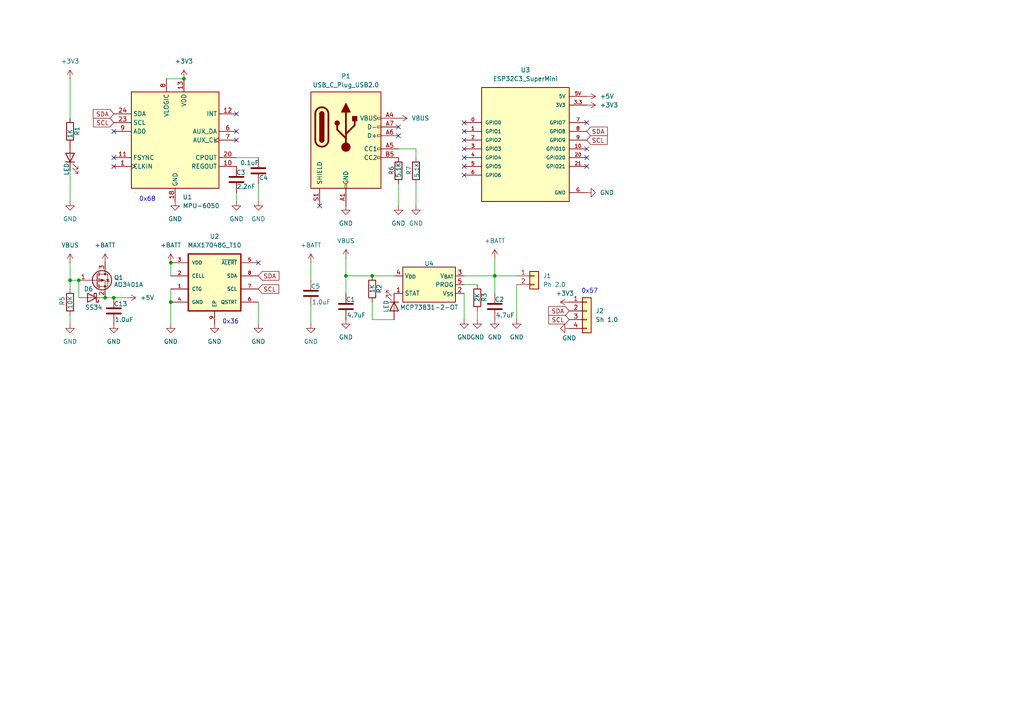
<source format=kicad_sch>
(kicad_sch
	(version 20231120)
	(generator "eeschema")
	(generator_version "8.0")
	(uuid "c1972a26-8b03-42e6-af88-e08ef9733d83")
	(paper "A4")
	(lib_symbols
		(symbol "Battery_Management:MCP73831-5-OT"
			(exclude_from_sim no)
			(in_bom yes)
			(on_board yes)
			(property "Reference" "U4"
				(at 5.4962 -15.24 90)
				(effects
					(font
						(size 1.27 1.27)
					)
				)
			)
			(property "Value" "MCP73831-5-OT"
				(at 2.9562 -15.24 90)
				(effects
					(font
						(size 1.27 1.27)
					)
				)
			)
			(property "Footprint" "Package_TO_SOT_SMD:SOT-23-5"
				(at 1.27 -6.35 0)
				(effects
					(font
						(size 1.27 1.27)
						(italic yes)
					)
					(justify left)
					(hide yes)
				)
			)
			(property "Datasheet" "http://ww1.microchip.com/downloads/en/DeviceDoc/20001984g.pdf"
				(at -3.81 -1.27 0)
				(effects
					(font
						(size 1.27 1.27)
					)
					(hide yes)
				)
			)
			(property "Description" "Single cell, Li-Ion/Li-Po charge management controller, 4.50V, Tri-State Status Output, in SOT23-5 package"
				(at 0 0 0)
				(effects
					(font
						(size 1.27 1.27)
					)
					(hide yes)
				)
			)
			(property "ki_keywords" "battery charger lithium"
				(at 0 0 0)
				(effects
					(font
						(size 1.27 1.27)
					)
					(hide yes)
				)
			)
			(property "ki_fp_filters" "SOT?23*"
				(at 0 0 0)
				(effects
					(font
						(size 1.27 1.27)
					)
					(hide yes)
				)
			)
			(symbol "MCP73831-5-OT_0_1"
				(rectangle
					(start -7.62 5.08)
					(end 7.62 -5.08)
					(stroke
						(width 0.254)
						(type default)
					)
					(fill
						(type background)
					)
				)
			)
			(symbol "MCP73831-5-OT_1_1"
				(pin tri_state line
					(at -10.16 -2.54 0)
					(length 2.54)
					(name "STAT"
						(effects
							(font
								(size 1.27 1.27)
							)
						)
					)
					(number "1"
						(effects
							(font
								(size 1.27 1.27)
							)
						)
					)
				)
				(pin power_in line
					(at 10.16 -2.54 180)
					(length 2.54)
					(name "V_{SS}"
						(effects
							(font
								(size 1.27 1.27)
							)
						)
					)
					(number "2"
						(effects
							(font
								(size 1.27 1.27)
							)
						)
					)
				)
				(pin power_out line
					(at 10.16 2.54 180)
					(length 2.54)
					(name "V_{BAT}"
						(effects
							(font
								(size 1.27 1.27)
							)
						)
					)
					(number "3"
						(effects
							(font
								(size 1.27 1.27)
							)
						)
					)
				)
				(pin power_in line
					(at -10.16 2.54 0)
					(length 2.54)
					(name "V_{DD}"
						(effects
							(font
								(size 1.27 1.27)
							)
						)
					)
					(number "4"
						(effects
							(font
								(size 1.27 1.27)
							)
						)
					)
				)
				(pin input line
					(at 10.16 0 180)
					(length 2.54)
					(name "PROG"
						(effects
							(font
								(size 1.27 1.27)
							)
						)
					)
					(number "5"
						(effects
							(font
								(size 1.27 1.27)
							)
						)
					)
				)
			)
		)
		(symbol "Connector:USB_C_Plug_USB2.0"
			(pin_names
				(offset 1.016)
			)
			(exclude_from_sim no)
			(in_bom yes)
			(on_board yes)
			(property "Reference" "P1"
				(at 0 14.732 0)
				(effects
					(font
						(size 1.27 1.27)
					)
				)
			)
			(property "Value" "USB_C_Plug_USB2.0"
				(at 0 12.192 0)
				(effects
					(font
						(size 1.27 1.27)
					)
				)
			)
			(property "Footprint" ""
				(at 3.81 0 0)
				(effects
					(font
						(size 1.27 1.27)
					)
					(hide yes)
				)
			)
			(property "Datasheet" "https://www.usb.org/sites/default/files/documents/usb_type-c.zip"
				(at 3.81 0 0)
				(effects
					(font
						(size 1.27 1.27)
					)
					(hide yes)
				)
			)
			(property "Description" "USB 2.0-only Type-C Plug connector"
				(at 0 0 0)
				(effects
					(font
						(size 1.27 1.27)
					)
					(hide yes)
				)
			)
			(property "ki_keywords" "usb universal serial bus type-C USB2.0"
				(at 0 0 0)
				(effects
					(font
						(size 1.27 1.27)
					)
					(hide yes)
				)
			)
			(property "ki_fp_filters" "USB*C*Plug*"
				(at 0 0 0)
				(effects
					(font
						(size 1.27 1.27)
					)
					(hide yes)
				)
			)
			(symbol "USB_C_Plug_USB2.0_0_0"
				(rectangle
					(start -0.254 -17.78)
					(end 0.254 -16.764)
					(stroke
						(width 0)
						(type default)
					)
					(fill
						(type none)
					)
				)
				(rectangle
					(start 10.16 -8.636)
					(end 9.144 -9.144)
					(stroke
						(width 0)
						(type default)
					)
					(fill
						(type none)
					)
				)
				(rectangle
					(start 10.16 -6.096)
					(end 9.144 -6.604)
					(stroke
						(width 0)
						(type default)
					)
					(fill
						(type none)
					)
				)
				(rectangle
					(start 10.16 -2.286)
					(end 9.144 -2.794)
					(stroke
						(width 0)
						(type default)
					)
					(fill
						(type none)
					)
				)
				(rectangle
					(start 10.16 0.254)
					(end 9.144 -0.254)
					(stroke
						(width 0)
						(type default)
					)
					(fill
						(type none)
					)
				)
				(rectangle
					(start 10.16 2.794)
					(end 9.144 2.286)
					(stroke
						(width 0)
						(type default)
					)
					(fill
						(type none)
					)
				)
			)
			(symbol "USB_C_Plug_USB2.0_0_1"
				(rectangle
					(start -10.16 10.16)
					(end 10.16 -17.78)
					(stroke
						(width 0.254)
						(type default)
					)
					(fill
						(type background)
					)
				)
				(arc
					(start -8.89 -3.81)
					(mid -6.985 -5.7067)
					(end -5.08 -3.81)
					(stroke
						(width 0.508)
						(type default)
					)
					(fill
						(type none)
					)
				)
				(arc
					(start -7.62 -3.81)
					(mid -6.985 -4.4423)
					(end -6.35 -3.81)
					(stroke
						(width 0.254)
						(type default)
					)
					(fill
						(type none)
					)
				)
				(arc
					(start -7.62 -3.81)
					(mid -6.985 -4.4423)
					(end -6.35 -3.81)
					(stroke
						(width 0.254)
						(type default)
					)
					(fill
						(type outline)
					)
				)
				(rectangle
					(start -7.62 -3.81)
					(end -6.35 3.81)
					(stroke
						(width 0.254)
						(type default)
					)
					(fill
						(type outline)
					)
				)
				(arc
					(start -6.35 3.81)
					(mid -6.985 4.4423)
					(end -7.62 3.81)
					(stroke
						(width 0.254)
						(type default)
					)
					(fill
						(type none)
					)
				)
				(arc
					(start -6.35 3.81)
					(mid -6.985 4.4423)
					(end -7.62 3.81)
					(stroke
						(width 0.254)
						(type default)
					)
					(fill
						(type outline)
					)
				)
				(arc
					(start -5.08 3.81)
					(mid -6.985 5.7067)
					(end -8.89 3.81)
					(stroke
						(width 0.508)
						(type default)
					)
					(fill
						(type none)
					)
				)
				(circle
					(center -2.54 1.143)
					(radius 0.635)
					(stroke
						(width 0.254)
						(type default)
					)
					(fill
						(type outline)
					)
				)
				(circle
					(center 0 -5.842)
					(radius 1.27)
					(stroke
						(width 0)
						(type default)
					)
					(fill
						(type outline)
					)
				)
				(polyline
					(pts
						(xy -8.89 -3.81) (xy -8.89 3.81)
					)
					(stroke
						(width 0.508)
						(type default)
					)
					(fill
						(type none)
					)
				)
				(polyline
					(pts
						(xy -5.08 3.81) (xy -5.08 -3.81)
					)
					(stroke
						(width 0.508)
						(type default)
					)
					(fill
						(type none)
					)
				)
				(polyline
					(pts
						(xy 0 -5.842) (xy 0 4.318)
					)
					(stroke
						(width 0.508)
						(type default)
					)
					(fill
						(type none)
					)
				)
				(polyline
					(pts
						(xy 0 -3.302) (xy -2.54 -0.762) (xy -2.54 0.508)
					)
					(stroke
						(width 0.508)
						(type default)
					)
					(fill
						(type none)
					)
				)
				(polyline
					(pts
						(xy 0 -2.032) (xy 2.54 0.508) (xy 2.54 1.778)
					)
					(stroke
						(width 0.508)
						(type default)
					)
					(fill
						(type none)
					)
				)
				(polyline
					(pts
						(xy -1.27 4.318) (xy 0 6.858) (xy 1.27 4.318) (xy -1.27 4.318)
					)
					(stroke
						(width 0.254)
						(type default)
					)
					(fill
						(type outline)
					)
				)
				(rectangle
					(start 1.905 1.778)
					(end 3.175 3.048)
					(stroke
						(width 0.254)
						(type default)
					)
					(fill
						(type outline)
					)
				)
			)
			(symbol "USB_C_Plug_USB2.0_1_1"
				(pin passive line
					(at 0 -22.86 90)
					(length 5.08)
					(name "GND"
						(effects
							(font
								(size 1.27 1.27)
							)
						)
					)
					(number "A1"
						(effects
							(font
								(size 1.27 1.27)
							)
						)
					)
				)
				(pin passive line
					(at 0 -22.86 90)
					(length 5.08) hide
					(name "GND"
						(effects
							(font
								(size 1.27 1.27)
							)
						)
					)
					(number "A12"
						(effects
							(font
								(size 1.27 1.27)
							)
						)
					)
				)
				(pin passive line
					(at 15.24 2.54 180)
					(length 5.08)
					(name "VBUS"
						(effects
							(font
								(size 1.27 1.27)
							)
						)
					)
					(number "A4"
						(effects
							(font
								(size 1.27 1.27)
							)
						)
					)
				)
				(pin bidirectional line
					(at 15.24 -6.35 180)
					(length 5.08)
					(name "CC1"
						(effects
							(font
								(size 1.27 1.27)
							)
						)
					)
					(number "A5"
						(effects
							(font
								(size 1.27 1.27)
							)
						)
					)
				)
				(pin bidirectional line
					(at 15.24 -2.54 180)
					(length 5.08)
					(name "D+"
						(effects
							(font
								(size 1.27 1.27)
							)
						)
					)
					(number "A6"
						(effects
							(font
								(size 1.27 1.27)
							)
						)
					)
				)
				(pin bidirectional line
					(at 15.24 0 180)
					(length 5.08)
					(name "D-"
						(effects
							(font
								(size 1.27 1.27)
							)
						)
					)
					(number "A7"
						(effects
							(font
								(size 1.27 1.27)
							)
						)
					)
				)
				(pin passive line
					(at 15.24 2.54 180)
					(length 5.08) hide
					(name "VBUS"
						(effects
							(font
								(size 1.27 1.27)
							)
						)
					)
					(number "A9"
						(effects
							(font
								(size 1.27 1.27)
							)
						)
					)
				)
				(pin passive line
					(at 0 -22.86 90)
					(length 5.08) hide
					(name "GND"
						(effects
							(font
								(size 1.27 1.27)
							)
						)
					)
					(number "B1"
						(effects
							(font
								(size 1.27 1.27)
							)
						)
					)
				)
				(pin passive line
					(at 0 -22.86 90)
					(length 5.08) hide
					(name "GND"
						(effects
							(font
								(size 1.27 1.27)
							)
						)
					)
					(number "B12"
						(effects
							(font
								(size 1.27 1.27)
							)
						)
					)
				)
				(pin passive line
					(at 15.24 2.54 180)
					(length 5.08) hide
					(name "VBUS"
						(effects
							(font
								(size 1.27 1.27)
							)
						)
					)
					(number "B4"
						(effects
							(font
								(size 1.27 1.27)
							)
						)
					)
				)
				(pin bidirectional line
					(at 15.24 -8.89 180)
					(length 5.08)
					(name "CC2"
						(effects
							(font
								(size 1.27 1.27)
							)
						)
					)
					(number "B5"
						(effects
							(font
								(size 1.27 1.27)
							)
						)
					)
				)
				(pin passive line
					(at 15.24 2.54 180)
					(length 5.08) hide
					(name "VBUS"
						(effects
							(font
								(size 1.27 1.27)
							)
						)
					)
					(number "B9"
						(effects
							(font
								(size 1.27 1.27)
							)
						)
					)
				)
				(pin passive line
					(at -7.62 -22.86 90)
					(length 5.08)
					(name "SHIELD"
						(effects
							(font
								(size 1.27 1.27)
							)
						)
					)
					(number "S1"
						(effects
							(font
								(size 1.27 1.27)
							)
						)
					)
				)
			)
		)
		(symbol "Connector_Generic:Conn_01x02"
			(pin_names
				(offset 1.016) hide)
			(exclude_from_sim no)
			(in_bom yes)
			(on_board yes)
			(property "Reference" "J"
				(at 0 2.54 0)
				(effects
					(font
						(size 1.27 1.27)
					)
				)
			)
			(property "Value" "Conn_01x02"
				(at 0 -5.08 0)
				(effects
					(font
						(size 1.27 1.27)
					)
				)
			)
			(property "Footprint" ""
				(at 0 0 0)
				(effects
					(font
						(size 1.27 1.27)
					)
					(hide yes)
				)
			)
			(property "Datasheet" "~"
				(at 0 0 0)
				(effects
					(font
						(size 1.27 1.27)
					)
					(hide yes)
				)
			)
			(property "Description" "Generic connector, single row, 01x02, script generated (kicad-library-utils/schlib/autogen/connector/)"
				(at 0 0 0)
				(effects
					(font
						(size 1.27 1.27)
					)
					(hide yes)
				)
			)
			(property "ki_keywords" "connector"
				(at 0 0 0)
				(effects
					(font
						(size 1.27 1.27)
					)
					(hide yes)
				)
			)
			(property "ki_fp_filters" "Connector*:*_1x??_*"
				(at 0 0 0)
				(effects
					(font
						(size 1.27 1.27)
					)
					(hide yes)
				)
			)
			(symbol "Conn_01x02_1_1"
				(rectangle
					(start -1.27 -2.413)
					(end 0 -2.667)
					(stroke
						(width 0.1524)
						(type default)
					)
					(fill
						(type none)
					)
				)
				(rectangle
					(start -1.27 0.127)
					(end 0 -0.127)
					(stroke
						(width 0.1524)
						(type default)
					)
					(fill
						(type none)
					)
				)
				(rectangle
					(start -1.27 1.27)
					(end 1.27 -3.81)
					(stroke
						(width 0.254)
						(type default)
					)
					(fill
						(type background)
					)
				)
				(pin passive line
					(at -5.08 0 0)
					(length 3.81)
					(name "Pin_1"
						(effects
							(font
								(size 1.27 1.27)
							)
						)
					)
					(number "1"
						(effects
							(font
								(size 1.27 1.27)
							)
						)
					)
				)
				(pin passive line
					(at -5.08 -2.54 0)
					(length 3.81)
					(name "Pin_2"
						(effects
							(font
								(size 1.27 1.27)
							)
						)
					)
					(number "2"
						(effects
							(font
								(size 1.27 1.27)
							)
						)
					)
				)
			)
		)
		(symbol "Connector_Generic:Conn_01x04"
			(pin_names
				(offset 1.016) hide)
			(exclude_from_sim no)
			(in_bom yes)
			(on_board yes)
			(property "Reference" "J"
				(at 0 5.08 0)
				(effects
					(font
						(size 1.27 1.27)
					)
				)
			)
			(property "Value" "Conn_01x04"
				(at 0 -7.62 0)
				(effects
					(font
						(size 1.27 1.27)
					)
				)
			)
			(property "Footprint" ""
				(at 0 0 0)
				(effects
					(font
						(size 1.27 1.27)
					)
					(hide yes)
				)
			)
			(property "Datasheet" "~"
				(at 0 0 0)
				(effects
					(font
						(size 1.27 1.27)
					)
					(hide yes)
				)
			)
			(property "Description" "Generic connector, single row, 01x04, script generated (kicad-library-utils/schlib/autogen/connector/)"
				(at 0 0 0)
				(effects
					(font
						(size 1.27 1.27)
					)
					(hide yes)
				)
			)
			(property "ki_keywords" "connector"
				(at 0 0 0)
				(effects
					(font
						(size 1.27 1.27)
					)
					(hide yes)
				)
			)
			(property "ki_fp_filters" "Connector*:*_1x??_*"
				(at 0 0 0)
				(effects
					(font
						(size 1.27 1.27)
					)
					(hide yes)
				)
			)
			(symbol "Conn_01x04_1_1"
				(rectangle
					(start -1.27 -4.953)
					(end 0 -5.207)
					(stroke
						(width 0.1524)
						(type default)
					)
					(fill
						(type none)
					)
				)
				(rectangle
					(start -1.27 -2.413)
					(end 0 -2.667)
					(stroke
						(width 0.1524)
						(type default)
					)
					(fill
						(type none)
					)
				)
				(rectangle
					(start -1.27 0.127)
					(end 0 -0.127)
					(stroke
						(width 0.1524)
						(type default)
					)
					(fill
						(type none)
					)
				)
				(rectangle
					(start -1.27 2.667)
					(end 0 2.413)
					(stroke
						(width 0.1524)
						(type default)
					)
					(fill
						(type none)
					)
				)
				(rectangle
					(start -1.27 3.81)
					(end 1.27 -6.35)
					(stroke
						(width 0.254)
						(type default)
					)
					(fill
						(type background)
					)
				)
				(pin passive line
					(at -5.08 2.54 0)
					(length 3.81)
					(name "Pin_1"
						(effects
							(font
								(size 1.27 1.27)
							)
						)
					)
					(number "1"
						(effects
							(font
								(size 1.27 1.27)
							)
						)
					)
				)
				(pin passive line
					(at -5.08 0 0)
					(length 3.81)
					(name "Pin_2"
						(effects
							(font
								(size 1.27 1.27)
							)
						)
					)
					(number "2"
						(effects
							(font
								(size 1.27 1.27)
							)
						)
					)
				)
				(pin passive line
					(at -5.08 -2.54 0)
					(length 3.81)
					(name "Pin_3"
						(effects
							(font
								(size 1.27 1.27)
							)
						)
					)
					(number "3"
						(effects
							(font
								(size 1.27 1.27)
							)
						)
					)
				)
				(pin passive line
					(at -5.08 -5.08 0)
					(length 3.81)
					(name "Pin_4"
						(effects
							(font
								(size 1.27 1.27)
							)
						)
					)
					(number "4"
						(effects
							(font
								(size 1.27 1.27)
							)
						)
					)
				)
			)
		)
		(symbol "Custom:ESP32C3_SuperMini"
			(pin_names
				(offset 1.016)
			)
			(exclude_from_sim no)
			(in_bom yes)
			(on_board yes)
			(property "Reference" "U"
				(at -12.7 16.002 0)
				(effects
					(font
						(size 1.27 1.27)
					)
					(justify left bottom)
				)
			)
			(property "Value" "ESP32C3_SuperMini"
				(at -9.652 -20.32 0)
				(effects
					(font
						(size 1.27 1.27)
					)
					(justify left bottom)
				)
			)
			(property "Footprint" "ESP32-C3_SUPERMINI_SMD:MODULE_ESP32-C3_SUPERMINI"
				(at 0 0 0)
				(effects
					(font
						(size 1.27 1.27)
					)
					(justify bottom)
					(hide yes)
				)
			)
			(property "Datasheet" ""
				(at 0 0 0)
				(effects
					(font
						(size 1.27 1.27)
					)
					(hide yes)
				)
			)
			(property "Description" ""
				(at 0 0 0)
				(effects
					(font
						(size 1.27 1.27)
					)
					(hide yes)
				)
			)
			(property "MF" "Espressif Systems"
				(at 0 0 0)
				(effects
					(font
						(size 1.27 1.27)
					)
					(justify bottom)
					(hide yes)
				)
			)
			(property "MAXIMUM_PACKAGE_HEIGHT" "4.2mm"
				(at 0 0 0)
				(effects
					(font
						(size 1.27 1.27)
					)
					(justify bottom)
					(hide yes)
				)
			)
			(property "Package" "None"
				(at 0 0 0)
				(effects
					(font
						(size 1.27 1.27)
					)
					(justify bottom)
					(hide yes)
				)
			)
			(property "Price" "None"
				(at 0 0 0)
				(effects
					(font
						(size 1.27 1.27)
					)
					(justify bottom)
					(hide yes)
				)
			)
			(property "Check_prices" "https://www.snapeda.com/parts/ESP32-C3%20SuperMini_SMD/Espressif+Systems/view-part/?ref=eda"
				(at 0 0 0)
				(effects
					(font
						(size 1.27 1.27)
					)
					(justify bottom)
					(hide yes)
				)
			)
			(property "STANDARD" "Manufacturer Recommendations"
				(at 0 0 0)
				(effects
					(font
						(size 1.27 1.27)
					)
					(justify bottom)
					(hide yes)
				)
			)
			(property "PARTREV" ""
				(at 0 0 0)
				(effects
					(font
						(size 1.27 1.27)
					)
					(justify bottom)
					(hide yes)
				)
			)
			(property "SnapEDA_Link" "https://www.snapeda.com/parts/ESP32-C3%20SuperMini_SMD/Espressif+Systems/view-part/?ref=snap"
				(at 0 0 0)
				(effects
					(font
						(size 1.27 1.27)
					)
					(justify bottom)
					(hide yes)
				)
			)
			(property "MP" "ESP32-C3 SuperMini_SMD"
				(at 0 0 0)
				(effects
					(font
						(size 1.27 1.27)
					)
					(justify bottom)
					(hide yes)
				)
			)
			(property "Description_1" "\n                        \n                            Super tiny ESP32-C3 board\n                        \n"
				(at 0 0 0)
				(effects
					(font
						(size 1.27 1.27)
					)
					(justify bottom)
					(hide yes)
				)
			)
			(property "Availability" "Not in stock"
				(at 0 0 0)
				(effects
					(font
						(size 1.27 1.27)
					)
					(justify bottom)
					(hide yes)
				)
			)
			(property "MANUFACTURER" "Espressif"
				(at 0 0 0)
				(effects
					(font
						(size 1.27 1.27)
					)
					(justify bottom)
					(hide yes)
				)
			)
			(symbol "ESP32C3_SuperMini_0_0"
				(rectangle
					(start -12.7 -17.78)
					(end 12.7 15.24)
					(stroke
						(width 0.254)
						(type default)
					)
					(fill
						(type background)
					)
				)
				(pin bidirectional line
					(at -17.78 5.08 0)
					(length 5.08)
					(name "GPIO0"
						(effects
							(font
								(size 1.016 1.016)
							)
						)
					)
					(number "0"
						(effects
							(font
								(size 1.016 1.016)
							)
						)
					)
				)
				(pin bidirectional line
					(at -17.78 2.54 0)
					(length 5.08)
					(name "GPIO1"
						(effects
							(font
								(size 1.016 1.016)
							)
						)
					)
					(number "1"
						(effects
							(font
								(size 1.016 1.016)
							)
						)
					)
				)
				(pin bidirectional line
					(at 17.78 -2.54 180)
					(length 5.08)
					(name "GPIO10"
						(effects
							(font
								(size 1.016 1.016)
							)
						)
					)
					(number "10"
						(effects
							(font
								(size 1.016 1.016)
							)
						)
					)
				)
				(pin bidirectional line
					(at -17.78 0 0)
					(length 5.08)
					(name "GPIO2"
						(effects
							(font
								(size 1.016 1.016)
							)
						)
					)
					(number "2"
						(effects
							(font
								(size 1.016 1.016)
							)
						)
					)
				)
				(pin bidirectional line
					(at 17.78 -5.08 180)
					(length 5.08)
					(name "GPIO20"
						(effects
							(font
								(size 1.016 1.016)
							)
						)
					)
					(number "20"
						(effects
							(font
								(size 1.016 1.016)
							)
						)
					)
				)
				(pin bidirectional line
					(at 17.78 -7.62 180)
					(length 5.08)
					(name "GPIO21"
						(effects
							(font
								(size 1.016 1.016)
							)
						)
					)
					(number "21"
						(effects
							(font
								(size 1.016 1.016)
							)
						)
					)
				)
				(pin bidirectional line
					(at -17.78 -2.54 0)
					(length 5.08)
					(name "GPIO3"
						(effects
							(font
								(size 1.016 1.016)
							)
						)
					)
					(number "3"
						(effects
							(font
								(size 1.016 1.016)
							)
						)
					)
				)
				(pin power_in line
					(at 17.78 10.16 180)
					(length 5.08)
					(name "3V3"
						(effects
							(font
								(size 1.016 1.016)
							)
						)
					)
					(number "3.3"
						(effects
							(font
								(size 1.016 1.016)
							)
						)
					)
				)
				(pin bidirectional line
					(at -17.78 -5.08 0)
					(length 5.08)
					(name "GPIO4"
						(effects
							(font
								(size 1.016 1.016)
							)
						)
					)
					(number "4"
						(effects
							(font
								(size 1.016 1.016)
							)
						)
					)
				)
				(pin bidirectional line
					(at -17.78 -7.62 0)
					(length 5.08)
					(name "GPIO5"
						(effects
							(font
								(size 1.016 1.016)
							)
						)
					)
					(number "5"
						(effects
							(font
								(size 1.016 1.016)
							)
						)
					)
				)
				(pin power_in line
					(at 17.78 12.7 180)
					(length 5.08)
					(name "5V"
						(effects
							(font
								(size 1.016 1.016)
							)
						)
					)
					(number "5V"
						(effects
							(font
								(size 1.016 1.016)
							)
						)
					)
				)
				(pin bidirectional line
					(at -17.78 -10.16 0)
					(length 5.08)
					(name "GPIO6"
						(effects
							(font
								(size 1.016 1.016)
							)
						)
					)
					(number "6"
						(effects
							(font
								(size 1.016 1.016)
							)
						)
					)
				)
				(pin bidirectional line
					(at 17.78 5.08 180)
					(length 5.08)
					(name "GPIO7"
						(effects
							(font
								(size 1.016 1.016)
							)
						)
					)
					(number "7"
						(effects
							(font
								(size 1.016 1.016)
							)
						)
					)
				)
				(pin bidirectional line
					(at 17.78 2.54 180)
					(length 5.08)
					(name "GPIO8"
						(effects
							(font
								(size 1.016 1.016)
							)
						)
					)
					(number "8"
						(effects
							(font
								(size 1.016 1.016)
							)
						)
					)
				)
				(pin bidirectional line
					(at 17.78 0 180)
					(length 5.08)
					(name "GPIO9"
						(effects
							(font
								(size 1.016 1.016)
							)
						)
					)
					(number "9"
						(effects
							(font
								(size 1.016 1.016)
							)
						)
					)
				)
				(pin power_in line
					(at 17.78 -15.24 180)
					(length 5.08)
					(name "GND"
						(effects
							(font
								(size 1.016 1.016)
							)
						)
					)
					(number "G"
						(effects
							(font
								(size 1.016 1.016)
							)
						)
					)
				)
			)
		)
		(symbol "Custom:MAX17048G_T10"
			(pin_names
				(offset 1.016)
			)
			(exclude_from_sim no)
			(in_bom yes)
			(on_board yes)
			(property "Reference" "U2"
				(at 0 13.97 0)
				(effects
					(font
						(size 1.27 1.27)
					)
				)
			)
			(property "Value" "MAX17048G_T10"
				(at 0 11.43 0)
				(effects
					(font
						(size 1.27 1.27)
					)
				)
			)
			(property "Footprint" "MAX17048G_T10:SON50P200X200X80-9N"
				(at 6.858 -0.254 0)
				(effects
					(font
						(size 1.27 1.27)
					)
					(justify bottom)
					(hide yes)
				)
			)
			(property "Datasheet" ""
				(at 6.858 -0.254 0)
				(effects
					(font
						(size 1.27 1.27)
					)
					(hide yes)
				)
			)
			(property "Description" ""
				(at 6.858 -0.254 0)
				(effects
					(font
						(size 1.27 1.27)
					)
					(hide yes)
				)
			)
			(property "MF" "Analog Devices"
				(at 6.858 -0.254 0)
				(effects
					(font
						(size 1.27 1.27)
					)
					(justify bottom)
					(hide yes)
				)
			)
			(property "Description_1" "\n                        \n                            3µA 1-Cell/2-Cell Fuel Gauge with ModelGauge\n                        \n"
				(at 6.858 -0.254 0)
				(effects
					(font
						(size 1.27 1.27)
					)
					(justify bottom)
					(hide yes)
				)
			)
			(property "Package" "TDFN-8 Maxim"
				(at 6.858 -0.254 0)
				(effects
					(font
						(size 1.27 1.27)
					)
					(justify bottom)
					(hide yes)
				)
			)
			(property "Price" "None"
				(at 6.858 -0.254 0)
				(effects
					(font
						(size 1.27 1.27)
					)
					(justify bottom)
					(hide yes)
				)
			)
			(property "SnapEDA_Link" "https://www.snapeda.com/parts/MAX17048G+T10/Analog+Devices/view-part/?ref=snap"
				(at 6.858 -0.254 0)
				(effects
					(font
						(size 1.27 1.27)
					)
					(justify bottom)
					(hide yes)
				)
			)
			(property "MP" "MAX17048G+T10"
				(at 6.858 -0.254 0)
				(effects
					(font
						(size 1.27 1.27)
					)
					(justify bottom)
					(hide yes)
				)
			)
			(property "Availability" "In Stock"
				(at 6.858 -0.254 0)
				(effects
					(font
						(size 1.27 1.27)
					)
					(justify bottom)
					(hide yes)
				)
			)
			(property "Check_prices" "https://www.snapeda.com/parts/MAX17048G+T10/Analog+Devices/view-part/?ref=eda"
				(at 6.858 -0.254 0)
				(effects
					(font
						(size 1.27 1.27)
					)
					(justify bottom)
					(hide yes)
				)
			)
			(symbol "MAX17048G_T10_0_0"
				(rectangle
					(start -7.62 8.89)
					(end 7.62 -7.62)
					(stroke
						(width 0.41)
						(type default)
					)
					(fill
						(type background)
					)
				)
				(pin power_in line
					(at -12.7 -1.27 0)
					(length 5.08)
					(name "CTG"
						(effects
							(font
								(size 1.016 1.016)
							)
						)
					)
					(number "1"
						(effects
							(font
								(size 1.016 1.016)
							)
						)
					)
				)
				(pin power_in line
					(at -12.7 2.54 0)
					(length 5.08)
					(name "CELL"
						(effects
							(font
								(size 1.016 1.016)
							)
						)
					)
					(number "2"
						(effects
							(font
								(size 1.016 1.016)
							)
						)
					)
				)
				(pin power_in line
					(at -12.7 6.35 0)
					(length 5.08)
					(name "VDD"
						(effects
							(font
								(size 1.016 1.016)
							)
						)
					)
					(number "3"
						(effects
							(font
								(size 1.016 1.016)
							)
						)
					)
				)
				(pin power_in line
					(at -12.7 -5.08 0)
					(length 5.08)
					(name "GND"
						(effects
							(font
								(size 1.016 1.016)
							)
						)
					)
					(number "4"
						(effects
							(font
								(size 1.016 1.016)
							)
						)
					)
				)
				(pin output line
					(at 12.7 6.35 180)
					(length 5.08)
					(name "~{ALERT}"
						(effects
							(font
								(size 1.016 1.016)
							)
						)
					)
					(number "5"
						(effects
							(font
								(size 1.016 1.016)
							)
						)
					)
				)
				(pin input line
					(at 12.7 -5.08 180)
					(length 5.08)
					(name "QSTRT"
						(effects
							(font
								(size 1.016 1.016)
							)
						)
					)
					(number "6"
						(effects
							(font
								(size 1.016 1.016)
							)
						)
					)
				)
				(pin input line
					(at 12.7 -1.27 180)
					(length 5.08)
					(name "SCL"
						(effects
							(font
								(size 1.016 1.016)
							)
						)
					)
					(number "7"
						(effects
							(font
								(size 1.016 1.016)
							)
						)
					)
				)
				(pin bidirectional line
					(at 12.7 2.54 180)
					(length 5.08)
					(name "SDA"
						(effects
							(font
								(size 1.016 1.016)
							)
						)
					)
					(number "8"
						(effects
							(font
								(size 1.016 1.016)
							)
						)
					)
				)
			)
			(symbol "MAX17048G_T10_1_0"
				(pin power_in line
					(at 0 -11.43 90)
					(length 3.81)
					(name "EP"
						(effects
							(font
								(size 1.016 1.016)
							)
						)
					)
					(number "9"
						(effects
							(font
								(size 1.016 1.016)
							)
						)
					)
				)
			)
		)
		(symbol "Device:C"
			(pin_numbers hide)
			(pin_names
				(offset 0.254)
			)
			(exclude_from_sim no)
			(in_bom yes)
			(on_board yes)
			(property "Reference" "C"
				(at 0.635 2.54 0)
				(effects
					(font
						(size 1.27 1.27)
					)
					(justify left)
				)
			)
			(property "Value" "C"
				(at 0.635 -2.54 0)
				(effects
					(font
						(size 1.27 1.27)
					)
					(justify left)
				)
			)
			(property "Footprint" ""
				(at 0.9652 -3.81 0)
				(effects
					(font
						(size 1.27 1.27)
					)
					(hide yes)
				)
			)
			(property "Datasheet" "~"
				(at 0 0 0)
				(effects
					(font
						(size 1.27 1.27)
					)
					(hide yes)
				)
			)
			(property "Description" "Unpolarized capacitor"
				(at 0 0 0)
				(effects
					(font
						(size 1.27 1.27)
					)
					(hide yes)
				)
			)
			(property "ki_keywords" "cap capacitor"
				(at 0 0 0)
				(effects
					(font
						(size 1.27 1.27)
					)
					(hide yes)
				)
			)
			(property "ki_fp_filters" "C_*"
				(at 0 0 0)
				(effects
					(font
						(size 1.27 1.27)
					)
					(hide yes)
				)
			)
			(symbol "C_0_1"
				(polyline
					(pts
						(xy -2.032 -0.762) (xy 2.032 -0.762)
					)
					(stroke
						(width 0.508)
						(type default)
					)
					(fill
						(type none)
					)
				)
				(polyline
					(pts
						(xy -2.032 0.762) (xy 2.032 0.762)
					)
					(stroke
						(width 0.508)
						(type default)
					)
					(fill
						(type none)
					)
				)
			)
			(symbol "C_1_1"
				(pin passive line
					(at 0 3.81 270)
					(length 2.794)
					(name "~"
						(effects
							(font
								(size 1.27 1.27)
							)
						)
					)
					(number "1"
						(effects
							(font
								(size 1.27 1.27)
							)
						)
					)
				)
				(pin passive line
					(at 0 -3.81 90)
					(length 2.794)
					(name "~"
						(effects
							(font
								(size 1.27 1.27)
							)
						)
					)
					(number "2"
						(effects
							(font
								(size 1.27 1.27)
							)
						)
					)
				)
			)
		)
		(symbol "Device:LED"
			(pin_numbers hide)
			(pin_names
				(offset 1.016) hide)
			(exclude_from_sim no)
			(in_bom yes)
			(on_board yes)
			(property "Reference" "D"
				(at 0 2.54 0)
				(effects
					(font
						(size 1.27 1.27)
					)
				)
			)
			(property "Value" "LED"
				(at 0 -2.54 0)
				(effects
					(font
						(size 1.27 1.27)
					)
				)
			)
			(property "Footprint" ""
				(at 0 0 0)
				(effects
					(font
						(size 1.27 1.27)
					)
					(hide yes)
				)
			)
			(property "Datasheet" "~"
				(at 0 0 0)
				(effects
					(font
						(size 1.27 1.27)
					)
					(hide yes)
				)
			)
			(property "Description" "Light emitting diode"
				(at 0 0 0)
				(effects
					(font
						(size 1.27 1.27)
					)
					(hide yes)
				)
			)
			(property "ki_keywords" "LED diode"
				(at 0 0 0)
				(effects
					(font
						(size 1.27 1.27)
					)
					(hide yes)
				)
			)
			(property "ki_fp_filters" "LED* LED_SMD:* LED_THT:*"
				(at 0 0 0)
				(effects
					(font
						(size 1.27 1.27)
					)
					(hide yes)
				)
			)
			(symbol "LED_0_1"
				(polyline
					(pts
						(xy -1.27 -1.27) (xy -1.27 1.27)
					)
					(stroke
						(width 0.254)
						(type default)
					)
					(fill
						(type none)
					)
				)
				(polyline
					(pts
						(xy -1.27 0) (xy 1.27 0)
					)
					(stroke
						(width 0)
						(type default)
					)
					(fill
						(type none)
					)
				)
				(polyline
					(pts
						(xy 1.27 -1.27) (xy 1.27 1.27) (xy -1.27 0) (xy 1.27 -1.27)
					)
					(stroke
						(width 0.254)
						(type default)
					)
					(fill
						(type none)
					)
				)
				(polyline
					(pts
						(xy -3.048 -0.762) (xy -4.572 -2.286) (xy -3.81 -2.286) (xy -4.572 -2.286) (xy -4.572 -1.524)
					)
					(stroke
						(width 0)
						(type default)
					)
					(fill
						(type none)
					)
				)
				(polyline
					(pts
						(xy -1.778 -0.762) (xy -3.302 -2.286) (xy -2.54 -2.286) (xy -3.302 -2.286) (xy -3.302 -1.524)
					)
					(stroke
						(width 0)
						(type default)
					)
					(fill
						(type none)
					)
				)
			)
			(symbol "LED_1_1"
				(pin passive line
					(at -3.81 0 0)
					(length 2.54)
					(name "K"
						(effects
							(font
								(size 1.27 1.27)
							)
						)
					)
					(number "1"
						(effects
							(font
								(size 1.27 1.27)
							)
						)
					)
				)
				(pin passive line
					(at 3.81 0 180)
					(length 2.54)
					(name "A"
						(effects
							(font
								(size 1.27 1.27)
							)
						)
					)
					(number "2"
						(effects
							(font
								(size 1.27 1.27)
							)
						)
					)
				)
			)
		)
		(symbol "Device:R"
			(pin_numbers hide)
			(pin_names
				(offset 0)
			)
			(exclude_from_sim no)
			(in_bom yes)
			(on_board yes)
			(property "Reference" "R"
				(at 2.032 0 90)
				(effects
					(font
						(size 1.27 1.27)
					)
				)
			)
			(property "Value" "R"
				(at 0 0 90)
				(effects
					(font
						(size 1.27 1.27)
					)
				)
			)
			(property "Footprint" ""
				(at -1.778 0 90)
				(effects
					(font
						(size 1.27 1.27)
					)
					(hide yes)
				)
			)
			(property "Datasheet" "~"
				(at 0 0 0)
				(effects
					(font
						(size 1.27 1.27)
					)
					(hide yes)
				)
			)
			(property "Description" "Resistor"
				(at 0 0 0)
				(effects
					(font
						(size 1.27 1.27)
					)
					(hide yes)
				)
			)
			(property "ki_keywords" "R res resistor"
				(at 0 0 0)
				(effects
					(font
						(size 1.27 1.27)
					)
					(hide yes)
				)
			)
			(property "ki_fp_filters" "R_*"
				(at 0 0 0)
				(effects
					(font
						(size 1.27 1.27)
					)
					(hide yes)
				)
			)
			(symbol "R_0_1"
				(rectangle
					(start -1.016 -2.54)
					(end 1.016 2.54)
					(stroke
						(width 0.254)
						(type default)
					)
					(fill
						(type none)
					)
				)
			)
			(symbol "R_1_1"
				(pin passive line
					(at 0 3.81 270)
					(length 1.27)
					(name "~"
						(effects
							(font
								(size 1.27 1.27)
							)
						)
					)
					(number "1"
						(effects
							(font
								(size 1.27 1.27)
							)
						)
					)
				)
				(pin passive line
					(at 0 -3.81 90)
					(length 1.27)
					(name "~"
						(effects
							(font
								(size 1.27 1.27)
							)
						)
					)
					(number "2"
						(effects
							(font
								(size 1.27 1.27)
							)
						)
					)
				)
			)
		)
		(symbol "Diode:SS34"
			(pin_numbers hide)
			(pin_names
				(offset 1.016) hide)
			(exclude_from_sim no)
			(in_bom yes)
			(on_board yes)
			(property "Reference" "D"
				(at 0 2.54 0)
				(effects
					(font
						(size 1.27 1.27)
					)
				)
			)
			(property "Value" "SS34"
				(at 0 -2.54 0)
				(effects
					(font
						(size 1.27 1.27)
					)
				)
			)
			(property "Footprint" "Diode_SMD:D_SMA"
				(at 0 -4.445 0)
				(effects
					(font
						(size 1.27 1.27)
					)
					(hide yes)
				)
			)
			(property "Datasheet" "https://www.vishay.com/docs/88751/ss32.pdf"
				(at 0 0 0)
				(effects
					(font
						(size 1.27 1.27)
					)
					(hide yes)
				)
			)
			(property "Description" "40V 3A Schottky Diode, SMA"
				(at 0 0 0)
				(effects
					(font
						(size 1.27 1.27)
					)
					(hide yes)
				)
			)
			(property "ki_keywords" "diode Schottky"
				(at 0 0 0)
				(effects
					(font
						(size 1.27 1.27)
					)
					(hide yes)
				)
			)
			(property "ki_fp_filters" "D*SMA*"
				(at 0 0 0)
				(effects
					(font
						(size 1.27 1.27)
					)
					(hide yes)
				)
			)
			(symbol "SS34_0_1"
				(polyline
					(pts
						(xy 1.27 0) (xy -1.27 0)
					)
					(stroke
						(width 0)
						(type default)
					)
					(fill
						(type none)
					)
				)
				(polyline
					(pts
						(xy 1.27 1.27) (xy 1.27 -1.27) (xy -1.27 0) (xy 1.27 1.27)
					)
					(stroke
						(width 0.254)
						(type default)
					)
					(fill
						(type none)
					)
				)
				(polyline
					(pts
						(xy -1.905 0.635) (xy -1.905 1.27) (xy -1.27 1.27) (xy -1.27 -1.27) (xy -0.635 -1.27) (xy -0.635 -0.635)
					)
					(stroke
						(width 0.254)
						(type default)
					)
					(fill
						(type none)
					)
				)
			)
			(symbol "SS34_1_1"
				(pin passive line
					(at -3.81 0 0)
					(length 2.54)
					(name "K"
						(effects
							(font
								(size 1.27 1.27)
							)
						)
					)
					(number "1"
						(effects
							(font
								(size 1.27 1.27)
							)
						)
					)
				)
				(pin passive line
					(at 3.81 0 180)
					(length 2.54)
					(name "A"
						(effects
							(font
								(size 1.27 1.27)
							)
						)
					)
					(number "2"
						(effects
							(font
								(size 1.27 1.27)
							)
						)
					)
				)
			)
		)
		(symbol "Sensor_Motion:MPU-6050"
			(exclude_from_sim no)
			(in_bom yes)
			(on_board yes)
			(property "Reference" "U"
				(at -11.43 13.97 0)
				(effects
					(font
						(size 1.27 1.27)
					)
				)
			)
			(property "Value" "MPU-6050"
				(at 7.62 -15.24 0)
				(effects
					(font
						(size 1.27 1.27)
					)
				)
			)
			(property "Footprint" "Sensor_Motion:InvenSense_QFN-24_4x4mm_P0.5mm"
				(at 0 -20.32 0)
				(effects
					(font
						(size 1.27 1.27)
					)
					(hide yes)
				)
			)
			(property "Datasheet" "https://invensense.tdk.com/wp-content/uploads/2015/02/MPU-6000-Datasheet1.pdf"
				(at 0 -3.81 0)
				(effects
					(font
						(size 1.27 1.27)
					)
					(hide yes)
				)
			)
			(property "Description" "InvenSense 6-Axis Motion Sensor, Gyroscope, Accelerometer, I2C"
				(at 0 0 0)
				(effects
					(font
						(size 1.27 1.27)
					)
					(hide yes)
				)
			)
			(property "ki_keywords" "mems"
				(at 0 0 0)
				(effects
					(font
						(size 1.27 1.27)
					)
					(hide yes)
				)
			)
			(property "ki_fp_filters" "*QFN*4x4mm*P0.5mm*"
				(at 0 0 0)
				(effects
					(font
						(size 1.27 1.27)
					)
					(hide yes)
				)
			)
			(symbol "MPU-6050_0_0"
				(text ""
					(at 12.7 -2.54 0)
					(effects
						(font
							(size 1.27 1.27)
						)
					)
				)
			)
			(symbol "MPU-6050_0_1"
				(rectangle
					(start -12.7 13.97)
					(end 12.7 -13.97)
					(stroke
						(width 0.254)
						(type default)
					)
					(fill
						(type background)
					)
				)
			)
			(symbol "MPU-6050_1_1"
				(pin input clock
					(at -17.78 -7.62 0)
					(length 5.08)
					(name "CLKIN"
						(effects
							(font
								(size 1.27 1.27)
							)
						)
					)
					(number "1"
						(effects
							(font
								(size 1.27 1.27)
							)
						)
					)
				)
				(pin passive line
					(at 17.78 -7.62 180)
					(length 5.08)
					(name "REGOUT"
						(effects
							(font
								(size 1.27 1.27)
							)
						)
					)
					(number "10"
						(effects
							(font
								(size 1.27 1.27)
							)
						)
					)
				)
				(pin input line
					(at -17.78 -5.08 0)
					(length 5.08)
					(name "FSYNC"
						(effects
							(font
								(size 1.27 1.27)
							)
						)
					)
					(number "11"
						(effects
							(font
								(size 1.27 1.27)
							)
						)
					)
				)
				(pin output line
					(at 17.78 7.62 180)
					(length 5.08)
					(name "INT"
						(effects
							(font
								(size 1.27 1.27)
							)
						)
					)
					(number "12"
						(effects
							(font
								(size 1.27 1.27)
							)
						)
					)
				)
				(pin power_in line
					(at 2.54 17.78 270)
					(length 3.81)
					(name "VDD"
						(effects
							(font
								(size 1.27 1.27)
							)
						)
					)
					(number "13"
						(effects
							(font
								(size 1.27 1.27)
							)
						)
					)
				)
				(pin no_connect line
					(at -12.7 -10.16 0)
					(length 2.54) hide
					(name "NC"
						(effects
							(font
								(size 1.27 1.27)
							)
						)
					)
					(number "14"
						(effects
							(font
								(size 1.27 1.27)
							)
						)
					)
				)
				(pin no_connect line
					(at 12.7 12.7 180)
					(length 2.54) hide
					(name "NC"
						(effects
							(font
								(size 1.27 1.27)
							)
						)
					)
					(number "15"
						(effects
							(font
								(size 1.27 1.27)
							)
						)
					)
				)
				(pin no_connect line
					(at 12.7 10.16 180)
					(length 2.54) hide
					(name "NC"
						(effects
							(font
								(size 1.27 1.27)
							)
						)
					)
					(number "16"
						(effects
							(font
								(size 1.27 1.27)
							)
						)
					)
				)
				(pin no_connect line
					(at 12.7 5.08 180)
					(length 2.54) hide
					(name "NC"
						(effects
							(font
								(size 1.27 1.27)
							)
						)
					)
					(number "17"
						(effects
							(font
								(size 1.27 1.27)
							)
						)
					)
				)
				(pin power_in line
					(at 0 -17.78 90)
					(length 3.81)
					(name "GND"
						(effects
							(font
								(size 1.27 1.27)
							)
						)
					)
					(number "18"
						(effects
							(font
								(size 1.27 1.27)
							)
						)
					)
				)
				(pin no_connect line
					(at 12.7 -10.16 180)
					(length 2.54) hide
					(name "RESV"
						(effects
							(font
								(size 1.27 1.27)
							)
						)
					)
					(number "19"
						(effects
							(font
								(size 1.27 1.27)
							)
						)
					)
				)
				(pin no_connect line
					(at -12.7 12.7 0)
					(length 2.54) hide
					(name "NC"
						(effects
							(font
								(size 1.27 1.27)
							)
						)
					)
					(number "2"
						(effects
							(font
								(size 1.27 1.27)
							)
						)
					)
				)
				(pin passive line
					(at 17.78 -5.08 180)
					(length 5.08)
					(name "CPOUT"
						(effects
							(font
								(size 1.27 1.27)
							)
						)
					)
					(number "20"
						(effects
							(font
								(size 1.27 1.27)
							)
						)
					)
				)
				(pin no_connect line
					(at 12.7 -2.54 180)
					(length 2.54) hide
					(name "RESV"
						(effects
							(font
								(size 1.27 1.27)
							)
						)
					)
					(number "21"
						(effects
							(font
								(size 1.27 1.27)
							)
						)
					)
				)
				(pin no_connect line
					(at 12.7 -12.7 180)
					(length 2.54) hide
					(name "RESV"
						(effects
							(font
								(size 1.27 1.27)
							)
						)
					)
					(number "22"
						(effects
							(font
								(size 1.27 1.27)
							)
						)
					)
				)
				(pin input line
					(at -17.78 5.08 0)
					(length 5.08)
					(name "SCL"
						(effects
							(font
								(size 1.27 1.27)
							)
						)
					)
					(number "23"
						(effects
							(font
								(size 1.27 1.27)
							)
						)
					)
				)
				(pin bidirectional line
					(at -17.78 7.62 0)
					(length 5.08)
					(name "SDA"
						(effects
							(font
								(size 1.27 1.27)
							)
						)
					)
					(number "24"
						(effects
							(font
								(size 1.27 1.27)
							)
						)
					)
				)
				(pin no_connect line
					(at -12.7 10.16 0)
					(length 2.54) hide
					(name "NC"
						(effects
							(font
								(size 1.27 1.27)
							)
						)
					)
					(number "3"
						(effects
							(font
								(size 1.27 1.27)
							)
						)
					)
				)
				(pin no_connect line
					(at -12.7 0 0)
					(length 2.54) hide
					(name "NC"
						(effects
							(font
								(size 1.27 1.27)
							)
						)
					)
					(number "4"
						(effects
							(font
								(size 1.27 1.27)
							)
						)
					)
				)
				(pin no_connect line
					(at -12.7 -2.54 0)
					(length 2.54) hide
					(name "NC"
						(effects
							(font
								(size 1.27 1.27)
							)
						)
					)
					(number "5"
						(effects
							(font
								(size 1.27 1.27)
							)
						)
					)
				)
				(pin bidirectional line
					(at 17.78 2.54 180)
					(length 5.08)
					(name "AUX_DA"
						(effects
							(font
								(size 1.27 1.27)
							)
						)
					)
					(number "6"
						(effects
							(font
								(size 1.27 1.27)
							)
						)
					)
				)
				(pin output clock
					(at 17.78 0 180)
					(length 5.08)
					(name "AUX_CL"
						(effects
							(font
								(size 1.27 1.27)
							)
						)
					)
					(number "7"
						(effects
							(font
								(size 1.27 1.27)
							)
						)
					)
				)
				(pin power_in line
					(at -2.54 17.78 270)
					(length 3.81)
					(name "VLOGIC"
						(effects
							(font
								(size 1.27 1.27)
							)
						)
					)
					(number "8"
						(effects
							(font
								(size 1.27 1.27)
							)
						)
					)
				)
				(pin input line
					(at -17.78 2.54 0)
					(length 5.08)
					(name "AD0"
						(effects
							(font
								(size 1.27 1.27)
							)
						)
					)
					(number "9"
						(effects
							(font
								(size 1.27 1.27)
							)
						)
					)
				)
			)
		)
		(symbol "Transistor_FET:AO3401A"
			(pin_names hide)
			(exclude_from_sim no)
			(in_bom yes)
			(on_board yes)
			(property "Reference" "Q"
				(at 5.08 1.905 0)
				(effects
					(font
						(size 1.27 1.27)
					)
					(justify left)
				)
			)
			(property "Value" "AO3401A"
				(at 5.08 0 0)
				(effects
					(font
						(size 1.27 1.27)
					)
					(justify left)
				)
			)
			(property "Footprint" "Package_TO_SOT_SMD:SOT-23"
				(at 5.08 -1.905 0)
				(effects
					(font
						(size 1.27 1.27)
						(italic yes)
					)
					(justify left)
					(hide yes)
				)
			)
			(property "Datasheet" "http://www.aosmd.com/pdfs/datasheet/AO3401A.pdf"
				(at 5.08 -3.81 0)
				(effects
					(font
						(size 1.27 1.27)
					)
					(justify left)
					(hide yes)
				)
			)
			(property "Description" "-4.0A Id, -30V Vds, P-Channel MOSFET, SOT-23"
				(at 0 0 0)
				(effects
					(font
						(size 1.27 1.27)
					)
					(hide yes)
				)
			)
			(property "ki_keywords" "P-Channel MOSFET"
				(at 0 0 0)
				(effects
					(font
						(size 1.27 1.27)
					)
					(hide yes)
				)
			)
			(property "ki_fp_filters" "SOT?23*"
				(at 0 0 0)
				(effects
					(font
						(size 1.27 1.27)
					)
					(hide yes)
				)
			)
			(symbol "AO3401A_0_1"
				(polyline
					(pts
						(xy 0.254 0) (xy -2.54 0)
					)
					(stroke
						(width 0)
						(type default)
					)
					(fill
						(type none)
					)
				)
				(polyline
					(pts
						(xy 0.254 1.905) (xy 0.254 -1.905)
					)
					(stroke
						(width 0.254)
						(type default)
					)
					(fill
						(type none)
					)
				)
				(polyline
					(pts
						(xy 0.762 -1.27) (xy 0.762 -2.286)
					)
					(stroke
						(width 0.254)
						(type default)
					)
					(fill
						(type none)
					)
				)
				(polyline
					(pts
						(xy 0.762 0.508) (xy 0.762 -0.508)
					)
					(stroke
						(width 0.254)
						(type default)
					)
					(fill
						(type none)
					)
				)
				(polyline
					(pts
						(xy 0.762 2.286) (xy 0.762 1.27)
					)
					(stroke
						(width 0.254)
						(type default)
					)
					(fill
						(type none)
					)
				)
				(polyline
					(pts
						(xy 2.54 2.54) (xy 2.54 1.778)
					)
					(stroke
						(width 0)
						(type default)
					)
					(fill
						(type none)
					)
				)
				(polyline
					(pts
						(xy 2.54 -2.54) (xy 2.54 0) (xy 0.762 0)
					)
					(stroke
						(width 0)
						(type default)
					)
					(fill
						(type none)
					)
				)
				(polyline
					(pts
						(xy 0.762 1.778) (xy 3.302 1.778) (xy 3.302 -1.778) (xy 0.762 -1.778)
					)
					(stroke
						(width 0)
						(type default)
					)
					(fill
						(type none)
					)
				)
				(polyline
					(pts
						(xy 2.286 0) (xy 1.27 0.381) (xy 1.27 -0.381) (xy 2.286 0)
					)
					(stroke
						(width 0)
						(type default)
					)
					(fill
						(type outline)
					)
				)
				(polyline
					(pts
						(xy 2.794 -0.508) (xy 2.921 -0.381) (xy 3.683 -0.381) (xy 3.81 -0.254)
					)
					(stroke
						(width 0)
						(type default)
					)
					(fill
						(type none)
					)
				)
				(polyline
					(pts
						(xy 3.302 -0.381) (xy 2.921 0.254) (xy 3.683 0.254) (xy 3.302 -0.381)
					)
					(stroke
						(width 0)
						(type default)
					)
					(fill
						(type none)
					)
				)
				(circle
					(center 1.651 0)
					(radius 2.794)
					(stroke
						(width 0.254)
						(type default)
					)
					(fill
						(type none)
					)
				)
				(circle
					(center 2.54 -1.778)
					(radius 0.254)
					(stroke
						(width 0)
						(type default)
					)
					(fill
						(type outline)
					)
				)
				(circle
					(center 2.54 1.778)
					(radius 0.254)
					(stroke
						(width 0)
						(type default)
					)
					(fill
						(type outline)
					)
				)
			)
			(symbol "AO3401A_1_1"
				(pin input line
					(at -5.08 0 0)
					(length 2.54)
					(name "G"
						(effects
							(font
								(size 1.27 1.27)
							)
						)
					)
					(number "1"
						(effects
							(font
								(size 1.27 1.27)
							)
						)
					)
				)
				(pin passive line
					(at 2.54 -5.08 90)
					(length 2.54)
					(name "S"
						(effects
							(font
								(size 1.27 1.27)
							)
						)
					)
					(number "2"
						(effects
							(font
								(size 1.27 1.27)
							)
						)
					)
				)
				(pin passive line
					(at 2.54 5.08 270)
					(length 2.54)
					(name "D"
						(effects
							(font
								(size 1.27 1.27)
							)
						)
					)
					(number "3"
						(effects
							(font
								(size 1.27 1.27)
							)
						)
					)
				)
			)
		)
		(symbol "power:+3V3"
			(power)
			(pin_numbers hide)
			(pin_names
				(offset 0) hide)
			(exclude_from_sim no)
			(in_bom yes)
			(on_board yes)
			(property "Reference" "#PWR"
				(at 0 -3.81 0)
				(effects
					(font
						(size 1.27 1.27)
					)
					(hide yes)
				)
			)
			(property "Value" "+3V3"
				(at 0 3.556 0)
				(effects
					(font
						(size 1.27 1.27)
					)
				)
			)
			(property "Footprint" ""
				(at 0 0 0)
				(effects
					(font
						(size 1.27 1.27)
					)
					(hide yes)
				)
			)
			(property "Datasheet" ""
				(at 0 0 0)
				(effects
					(font
						(size 1.27 1.27)
					)
					(hide yes)
				)
			)
			(property "Description" "Power symbol creates a global label with name \"+3V3\""
				(at 0 0 0)
				(effects
					(font
						(size 1.27 1.27)
					)
					(hide yes)
				)
			)
			(property "ki_keywords" "global power"
				(at 0 0 0)
				(effects
					(font
						(size 1.27 1.27)
					)
					(hide yes)
				)
			)
			(symbol "+3V3_0_1"
				(polyline
					(pts
						(xy -0.762 1.27) (xy 0 2.54)
					)
					(stroke
						(width 0)
						(type default)
					)
					(fill
						(type none)
					)
				)
				(polyline
					(pts
						(xy 0 0) (xy 0 2.54)
					)
					(stroke
						(width 0)
						(type default)
					)
					(fill
						(type none)
					)
				)
				(polyline
					(pts
						(xy 0 2.54) (xy 0.762 1.27)
					)
					(stroke
						(width 0)
						(type default)
					)
					(fill
						(type none)
					)
				)
			)
			(symbol "+3V3_1_1"
				(pin power_in line
					(at 0 0 90)
					(length 0)
					(name "~"
						(effects
							(font
								(size 1.27 1.27)
							)
						)
					)
					(number "1"
						(effects
							(font
								(size 1.27 1.27)
							)
						)
					)
				)
			)
		)
		(symbol "power:+5V"
			(power)
			(pin_numbers hide)
			(pin_names
				(offset 0) hide)
			(exclude_from_sim no)
			(in_bom yes)
			(on_board yes)
			(property "Reference" "#PWR"
				(at 0 -3.81 0)
				(effects
					(font
						(size 1.27 1.27)
					)
					(hide yes)
				)
			)
			(property "Value" "+5V"
				(at 0 3.556 0)
				(effects
					(font
						(size 1.27 1.27)
					)
				)
			)
			(property "Footprint" ""
				(at 0 0 0)
				(effects
					(font
						(size 1.27 1.27)
					)
					(hide yes)
				)
			)
			(property "Datasheet" ""
				(at 0 0 0)
				(effects
					(font
						(size 1.27 1.27)
					)
					(hide yes)
				)
			)
			(property "Description" "Power symbol creates a global label with name \"+5V\""
				(at 0 0 0)
				(effects
					(font
						(size 1.27 1.27)
					)
					(hide yes)
				)
			)
			(property "ki_keywords" "global power"
				(at 0 0 0)
				(effects
					(font
						(size 1.27 1.27)
					)
					(hide yes)
				)
			)
			(symbol "+5V_0_1"
				(polyline
					(pts
						(xy -0.762 1.27) (xy 0 2.54)
					)
					(stroke
						(width 0)
						(type default)
					)
					(fill
						(type none)
					)
				)
				(polyline
					(pts
						(xy 0 0) (xy 0 2.54)
					)
					(stroke
						(width 0)
						(type default)
					)
					(fill
						(type none)
					)
				)
				(polyline
					(pts
						(xy 0 2.54) (xy 0.762 1.27)
					)
					(stroke
						(width 0)
						(type default)
					)
					(fill
						(type none)
					)
				)
			)
			(symbol "+5V_1_1"
				(pin power_in line
					(at 0 0 90)
					(length 0)
					(name "~"
						(effects
							(font
								(size 1.27 1.27)
							)
						)
					)
					(number "1"
						(effects
							(font
								(size 1.27 1.27)
							)
						)
					)
				)
			)
		)
		(symbol "power:+BATT"
			(power)
			(pin_numbers hide)
			(pin_names
				(offset 0) hide)
			(exclude_from_sim no)
			(in_bom yes)
			(on_board yes)
			(property "Reference" "#PWR"
				(at 0 -3.81 0)
				(effects
					(font
						(size 1.27 1.27)
					)
					(hide yes)
				)
			)
			(property "Value" "+BATT"
				(at 0 3.556 0)
				(effects
					(font
						(size 1.27 1.27)
					)
				)
			)
			(property "Footprint" ""
				(at 0 0 0)
				(effects
					(font
						(size 1.27 1.27)
					)
					(hide yes)
				)
			)
			(property "Datasheet" ""
				(at 0 0 0)
				(effects
					(font
						(size 1.27 1.27)
					)
					(hide yes)
				)
			)
			(property "Description" "Power symbol creates a global label with name \"+BATT\""
				(at 0 0 0)
				(effects
					(font
						(size 1.27 1.27)
					)
					(hide yes)
				)
			)
			(property "ki_keywords" "global power battery"
				(at 0 0 0)
				(effects
					(font
						(size 1.27 1.27)
					)
					(hide yes)
				)
			)
			(symbol "+BATT_0_1"
				(polyline
					(pts
						(xy -0.762 1.27) (xy 0 2.54)
					)
					(stroke
						(width 0)
						(type default)
					)
					(fill
						(type none)
					)
				)
				(polyline
					(pts
						(xy 0 0) (xy 0 2.54)
					)
					(stroke
						(width 0)
						(type default)
					)
					(fill
						(type none)
					)
				)
				(polyline
					(pts
						(xy 0 2.54) (xy 0.762 1.27)
					)
					(stroke
						(width 0)
						(type default)
					)
					(fill
						(type none)
					)
				)
			)
			(symbol "+BATT_1_1"
				(pin power_in line
					(at 0 0 90)
					(length 0)
					(name "~"
						(effects
							(font
								(size 1.27 1.27)
							)
						)
					)
					(number "1"
						(effects
							(font
								(size 1.27 1.27)
							)
						)
					)
				)
			)
		)
		(symbol "power:GND"
			(power)
			(pin_numbers hide)
			(pin_names
				(offset 0) hide)
			(exclude_from_sim no)
			(in_bom yes)
			(on_board yes)
			(property "Reference" "#PWR"
				(at 0 -6.35 0)
				(effects
					(font
						(size 1.27 1.27)
					)
					(hide yes)
				)
			)
			(property "Value" "GND"
				(at 0 -3.81 0)
				(effects
					(font
						(size 1.27 1.27)
					)
				)
			)
			(property "Footprint" ""
				(at 0 0 0)
				(effects
					(font
						(size 1.27 1.27)
					)
					(hide yes)
				)
			)
			(property "Datasheet" ""
				(at 0 0 0)
				(effects
					(font
						(size 1.27 1.27)
					)
					(hide yes)
				)
			)
			(property "Description" "Power symbol creates a global label with name \"GND\" , ground"
				(at 0 0 0)
				(effects
					(font
						(size 1.27 1.27)
					)
					(hide yes)
				)
			)
			(property "ki_keywords" "global power"
				(at 0 0 0)
				(effects
					(font
						(size 1.27 1.27)
					)
					(hide yes)
				)
			)
			(symbol "GND_0_1"
				(polyline
					(pts
						(xy 0 0) (xy 0 -1.27) (xy 1.27 -1.27) (xy 0 -2.54) (xy -1.27 -1.27) (xy 0 -1.27)
					)
					(stroke
						(width 0)
						(type default)
					)
					(fill
						(type none)
					)
				)
			)
			(symbol "GND_1_1"
				(pin power_in line
					(at 0 0 270)
					(length 0)
					(name "~"
						(effects
							(font
								(size 1.27 1.27)
							)
						)
					)
					(number "1"
						(effects
							(font
								(size 1.27 1.27)
							)
						)
					)
				)
			)
		)
		(symbol "power:VBUS"
			(power)
			(pin_numbers hide)
			(pin_names
				(offset 0) hide)
			(exclude_from_sim no)
			(in_bom yes)
			(on_board yes)
			(property "Reference" "#PWR"
				(at 0 -3.81 0)
				(effects
					(font
						(size 1.27 1.27)
					)
					(hide yes)
				)
			)
			(property "Value" "VBUS"
				(at 0 3.556 0)
				(effects
					(font
						(size 1.27 1.27)
					)
				)
			)
			(property "Footprint" ""
				(at 0 0 0)
				(effects
					(font
						(size 1.27 1.27)
					)
					(hide yes)
				)
			)
			(property "Datasheet" ""
				(at 0 0 0)
				(effects
					(font
						(size 1.27 1.27)
					)
					(hide yes)
				)
			)
			(property "Description" "Power symbol creates a global label with name \"VBUS\""
				(at 0 0 0)
				(effects
					(font
						(size 1.27 1.27)
					)
					(hide yes)
				)
			)
			(property "ki_keywords" "global power"
				(at 0 0 0)
				(effects
					(font
						(size 1.27 1.27)
					)
					(hide yes)
				)
			)
			(symbol "VBUS_0_1"
				(polyline
					(pts
						(xy -0.762 1.27) (xy 0 2.54)
					)
					(stroke
						(width 0)
						(type default)
					)
					(fill
						(type none)
					)
				)
				(polyline
					(pts
						(xy 0 0) (xy 0 2.54)
					)
					(stroke
						(width 0)
						(type default)
					)
					(fill
						(type none)
					)
				)
				(polyline
					(pts
						(xy 0 2.54) (xy 0.762 1.27)
					)
					(stroke
						(width 0)
						(type default)
					)
					(fill
						(type none)
					)
				)
			)
			(symbol "VBUS_1_1"
				(pin power_in line
					(at 0 0 90)
					(length 0)
					(name "~"
						(effects
							(font
								(size 1.27 1.27)
							)
						)
					)
					(number "1"
						(effects
							(font
								(size 1.27 1.27)
							)
						)
					)
				)
			)
		)
	)
	(junction
		(at 30.48 86.36)
		(diameter 0)
		(color 0 0 0 0)
		(uuid "2bef8953-3c07-4396-94bf-6afb50df9c83")
	)
	(junction
		(at 49.53 76.2)
		(diameter 0)
		(color 0 0 0 0)
		(uuid "2e75d7f6-ac10-4479-be2a-43dbb06acc5b")
	)
	(junction
		(at 33.02 86.36)
		(diameter 0)
		(color 0 0 0 0)
		(uuid "5d3f1073-c0f5-41a6-b5cd-175616bc62df")
	)
	(junction
		(at 53.34 22.86)
		(diameter 0)
		(color 0 0 0 0)
		(uuid "7e1d58a7-14fb-4843-a0fe-7943e8404a71")
	)
	(junction
		(at 107.95 80.01)
		(diameter 0)
		(color 0 0 0 0)
		(uuid "86fbca6a-c7e8-4f15-a35d-cfa74ed46b3b")
	)
	(junction
		(at 100.33 80.01)
		(diameter 0)
		(color 0 0 0 0)
		(uuid "a267bc08-f2cb-46af-95a0-ee3237ab4447")
	)
	(junction
		(at 49.53 87.63)
		(diameter 0)
		(color 0 0 0 0)
		(uuid "b595cfa4-beea-4389-a56d-d2d4c7e3d930")
	)
	(junction
		(at 143.51 80.01)
		(diameter 0)
		(color 0 0 0 0)
		(uuid "c3e825d0-1b0a-4682-8693-dd4d25a7f61a")
	)
	(junction
		(at 20.32 81.28)
		(diameter 0)
		(color 0 0 0 0)
		(uuid "c6439f10-dbea-4b37-ac56-765e9b9f6446")
	)
	(junction
		(at 22.86 81.28)
		(diameter 0)
		(color 0 0 0 0)
		(uuid "d93f049b-a429-4d71-9ba9-5efab74989e9")
	)
	(no_connect
		(at 115.57 39.37)
		(uuid "0d4397c5-dc04-4c8c-8013-fd5bacf91acb")
	)
	(no_connect
		(at 134.62 48.26)
		(uuid "1af27e15-cad9-4a04-ab62-625914716086")
	)
	(no_connect
		(at 170.18 48.26)
		(uuid "1edaffc4-f5f9-4d26-ad7e-e51c1dcb02af")
	)
	(no_connect
		(at 33.02 45.72)
		(uuid "21c99bed-6811-4b78-a851-a8c96d3ab612")
	)
	(no_connect
		(at 68.58 33.02)
		(uuid "445e2058-bae8-444d-bddd-c5cb299a88b7")
	)
	(no_connect
		(at 74.93 76.2)
		(uuid "44bd2751-e991-4973-96be-adb2f2ec2ef8")
	)
	(no_connect
		(at 68.58 38.1)
		(uuid "546b1d07-710b-488c-b27f-eb2d0c11c866")
	)
	(no_connect
		(at 134.62 35.56)
		(uuid "5da6350a-c217-454b-b28e-b55bdf5eeeb3")
	)
	(no_connect
		(at 134.62 38.1)
		(uuid "76f3e10f-3f69-47e0-af8d-ce167586aeeb")
	)
	(no_connect
		(at 33.02 38.1)
		(uuid "7c07998e-1dc9-4cc6-a3d2-5c558b219661")
	)
	(no_connect
		(at 170.18 45.72)
		(uuid "824d85d5-5f6d-41f4-8d3f-c0ead934e2f8")
	)
	(no_connect
		(at 170.18 35.56)
		(uuid "8ee77e4b-52fe-4e81-900b-e6e043223e43")
	)
	(no_connect
		(at 92.71 59.69)
		(uuid "90cc439b-78d7-4068-a2d5-e7daf492974c")
	)
	(no_connect
		(at 134.62 45.72)
		(uuid "a19e24ce-b6ce-4003-bf51-954fbac24a01")
	)
	(no_connect
		(at 170.18 43.18)
		(uuid "aedafc10-2cd8-459b-a33c-33e53fa08213")
	)
	(no_connect
		(at 115.57 36.83)
		(uuid "ba4c45b0-6590-49a8-8683-59ad6fb8f350")
	)
	(no_connect
		(at 134.62 50.8)
		(uuid "c4b5d7d0-1eab-4669-a2d9-daca75c16bb4")
	)
	(no_connect
		(at 134.62 40.64)
		(uuid "c6310e47-00b5-49b6-ade4-3050c6539aba")
	)
	(no_connect
		(at 134.62 43.18)
		(uuid "e2703190-1168-4d1d-bad4-8450e3f7ab4c")
	)
	(no_connect
		(at 33.02 48.26)
		(uuid "f44a799b-9bd1-46b5-b140-a611aad6558e")
	)
	(no_connect
		(at 68.58 40.64)
		(uuid "f5c4207e-4c99-4f70-9504-0d0e0104f2ac")
	)
	(wire
		(pts
			(xy 107.95 92.71) (xy 114.3 92.71)
		)
		(stroke
			(width 0)
			(type default)
		)
		(uuid "038e4693-21e2-446f-b051-d1c907859f86")
	)
	(wire
		(pts
			(xy 20.32 76.2) (xy 20.32 81.28)
		)
		(stroke
			(width 0)
			(type default)
		)
		(uuid "068ca6f4-e423-437b-b66a-1be6c395df5e")
	)
	(wire
		(pts
			(xy 90.17 76.2) (xy 90.17 81.28)
		)
		(stroke
			(width 0)
			(type default)
		)
		(uuid "06f24050-b199-404a-8c4e-a28f0fa96e56")
	)
	(wire
		(pts
			(xy 22.86 81.28) (xy 22.86 86.36)
		)
		(stroke
			(width 0)
			(type default)
		)
		(uuid "15905722-bded-4f9f-8b8b-3729877dd1f5")
	)
	(wire
		(pts
			(xy 138.43 92.71) (xy 138.43 90.17)
		)
		(stroke
			(width 0)
			(type default)
		)
		(uuid "1fe4d219-188a-4ae5-94d5-e62b29b9bc46")
	)
	(wire
		(pts
			(xy 134.62 80.01) (xy 143.51 80.01)
		)
		(stroke
			(width 0)
			(type default)
		)
		(uuid "23049cf6-0610-4283-a433-8c401807f0f8")
	)
	(wire
		(pts
			(xy 143.51 85.09) (xy 143.51 80.01)
		)
		(stroke
			(width 0)
			(type default)
		)
		(uuid "327bbf08-b086-4ffb-b29b-6e223dd16b65")
	)
	(wire
		(pts
			(xy 115.57 53.34) (xy 115.57 59.69)
		)
		(stroke
			(width 0)
			(type default)
		)
		(uuid "3352c73b-2071-4c95-a3ce-7305e78f2397")
	)
	(wire
		(pts
			(xy 74.93 93.98) (xy 74.93 87.63)
		)
		(stroke
			(width 0)
			(type default)
		)
		(uuid "339d9996-1591-44de-a3c6-e424f51f6b36")
	)
	(wire
		(pts
			(xy 20.32 83.82) (xy 20.32 81.28)
		)
		(stroke
			(width 0)
			(type default)
		)
		(uuid "36a90e9b-789e-4345-b7e7-67cde8851a99")
	)
	(wire
		(pts
			(xy 100.33 80.01) (xy 107.95 80.01)
		)
		(stroke
			(width 0)
			(type default)
		)
		(uuid "3aa8b980-9a2e-40f4-a8a5-7fbae26cd913")
	)
	(wire
		(pts
			(xy 90.17 88.9) (xy 90.17 93.98)
		)
		(stroke
			(width 0)
			(type default)
		)
		(uuid "3c7744d4-6644-4732-b33d-84dcc478a56d")
	)
	(wire
		(pts
			(xy 100.33 80.01) (xy 100.33 74.93)
		)
		(stroke
			(width 0)
			(type default)
		)
		(uuid "42dd9dca-3719-4c15-abfa-8b380c8c985f")
	)
	(wire
		(pts
			(xy 143.51 80.01) (xy 149.86 80.01)
		)
		(stroke
			(width 0)
			(type default)
		)
		(uuid "4b3041b3-3d02-442e-b27b-b9a008592211")
	)
	(wire
		(pts
			(xy 107.95 80.01) (xy 114.3 80.01)
		)
		(stroke
			(width 0)
			(type default)
		)
		(uuid "4b9ac558-20ac-425e-a202-b84e90a4a385")
	)
	(wire
		(pts
			(xy 20.32 93.98) (xy 20.32 91.44)
		)
		(stroke
			(width 0)
			(type default)
		)
		(uuid "4c6de25f-3000-475f-b2b7-b135e14a8124")
	)
	(wire
		(pts
			(xy 134.62 92.71) (xy 134.62 85.09)
		)
		(stroke
			(width 0)
			(type default)
		)
		(uuid "4df21859-e177-4b41-a6f4-f6256352fa34")
	)
	(wire
		(pts
			(xy 100.33 85.09) (xy 100.33 80.01)
		)
		(stroke
			(width 0)
			(type default)
		)
		(uuid "67091491-1998-41fd-8150-75b81ec9fa20")
	)
	(wire
		(pts
			(xy 107.95 87.63) (xy 107.95 92.71)
		)
		(stroke
			(width 0)
			(type default)
		)
		(uuid "6c9f5fd7-9445-41b9-9cbf-a8dbb4fbce0c")
	)
	(wire
		(pts
			(xy 120.65 43.18) (xy 115.57 43.18)
		)
		(stroke
			(width 0)
			(type default)
		)
		(uuid "7b3e9517-79d3-4eef-8047-54b133c5585e")
	)
	(wire
		(pts
			(xy 20.32 22.86) (xy 20.32 34.29)
		)
		(stroke
			(width 0)
			(type default)
		)
		(uuid "81cbd81c-7209-49a3-919c-af603359b23e")
	)
	(wire
		(pts
			(xy 48.26 22.86) (xy 53.34 22.86)
		)
		(stroke
			(width 0)
			(type default)
		)
		(uuid "88607d4d-23b8-4486-a14a-001ef1cb005d")
	)
	(wire
		(pts
			(xy 30.48 86.36) (xy 33.02 86.36)
		)
		(stroke
			(width 0)
			(type default)
		)
		(uuid "951030e1-0225-4042-ab69-2a994954d384")
	)
	(wire
		(pts
			(xy 149.86 92.71) (xy 149.86 82.55)
		)
		(stroke
			(width 0)
			(type default)
		)
		(uuid "967c4de0-720b-43bb-83b3-787056ac3716")
	)
	(wire
		(pts
			(xy 20.32 81.28) (xy 22.86 81.28)
		)
		(stroke
			(width 0)
			(type default)
		)
		(uuid "9cd62216-6422-4254-a0ab-40037f4958da")
	)
	(wire
		(pts
			(xy 120.65 45.72) (xy 120.65 43.18)
		)
		(stroke
			(width 0)
			(type default)
		)
		(uuid "9fe45824-7e35-4af3-abe7-b2a96421bc74")
	)
	(wire
		(pts
			(xy 120.65 59.69) (xy 120.65 53.34)
		)
		(stroke
			(width 0)
			(type default)
		)
		(uuid "a44bd193-8508-4099-a867-d83c1950be4f")
	)
	(wire
		(pts
			(xy 74.93 45.72) (xy 68.58 45.72)
		)
		(stroke
			(width 0)
			(type default)
		)
		(uuid "a7b9eeef-57c7-4af2-8e2d-4bc7592dcf58")
	)
	(wire
		(pts
			(xy 20.32 58.42) (xy 20.32 49.53)
		)
		(stroke
			(width 0)
			(type default)
		)
		(uuid "a7fac836-da64-496b-af35-65c737e724f7")
	)
	(wire
		(pts
			(xy 74.93 58.42) (xy 74.93 53.34)
		)
		(stroke
			(width 0)
			(type default)
		)
		(uuid "aee14b14-ab8e-49e1-a89a-bd5980a3e0c6")
	)
	(wire
		(pts
			(xy 49.53 76.2) (xy 49.53 80.01)
		)
		(stroke
			(width 0)
			(type default)
		)
		(uuid "bde03207-ac64-40ae-91b8-9980438b3040")
	)
	(wire
		(pts
			(xy 134.62 82.55) (xy 138.43 82.55)
		)
		(stroke
			(width 0)
			(type default)
		)
		(uuid "d7a5fa0e-5407-42d3-ab20-4aba5ca20174")
	)
	(wire
		(pts
			(xy 143.51 74.93) (xy 143.51 80.01)
		)
		(stroke
			(width 0)
			(type default)
		)
		(uuid "ddd9f22c-a59d-42c7-94f0-5f89c388f06e")
	)
	(wire
		(pts
			(xy 49.53 93.98) (xy 49.53 87.63)
		)
		(stroke
			(width 0)
			(type default)
		)
		(uuid "e66508c0-1ce5-4fb9-bbcc-3cd3b4cd3a5b")
	)
	(wire
		(pts
			(xy 49.53 83.82) (xy 49.53 87.63)
		)
		(stroke
			(width 0)
			(type default)
		)
		(uuid "e701c4c6-60e2-4f78-88a7-c99b80b06a9e")
	)
	(wire
		(pts
			(xy 36.83 86.36) (xy 33.02 86.36)
		)
		(stroke
			(width 0)
			(type default)
		)
		(uuid "f445f053-eeb9-489c-8c8e-41bb6b6f2d73")
	)
	(wire
		(pts
			(xy 68.58 58.42) (xy 68.58 55.88)
		)
		(stroke
			(width 0)
			(type default)
		)
		(uuid "fada6256-7c38-47f2-95d3-77059f52047e")
	)
	(text_box "0x57"
		(exclude_from_sim no)
		(at 167.64 82.55 0)
		(size 0 0)
		(stroke
			(width 0)
			(type default)
		)
		(fill
			(type none)
		)
		(effects
			(font
				(size 1.27 1.27)
			)
			(justify left top)
		)
		(uuid "09d39e3f-409f-48d8-8a81-633aef88ac0e")
	)
	(text_box "0x36\n"
		(exclude_from_sim no)
		(at 63.5 91.44 0)
		(size 0 0)
		(stroke
			(width 0)
			(type default)
		)
		(fill
			(type none)
		)
		(effects
			(font
				(size 1.27 1.27)
			)
			(justify left top)
		)
		(uuid "0b8d2e8d-d6b8-41b7-bb1d-d9bcb82fadf1")
	)
	(text_box "0x68"
		(exclude_from_sim no)
		(at 39.37 55.88 0)
		(size 0 0)
		(stroke
			(width 0)
			(type default)
		)
		(fill
			(type none)
		)
		(effects
			(font
				(size 1.27 1.27)
			)
			(justify left top)
		)
		(uuid "ceb243d2-3638-47a8-9dde-b24ec6236e4a")
	)
	(global_label "SDA"
		(shape input)
		(at 165.1 90.17 180)
		(fields_autoplaced yes)
		(effects
			(font
				(size 1.27 1.27)
			)
			(justify right)
		)
		(uuid "2a49d078-172c-429f-9dbe-5885a36c66f7")
		(property "Intersheetrefs" "${INTERSHEET_REFS}"
			(at 158.5467 90.17 0)
			(effects
				(font
					(size 1.27 1.27)
				)
				(justify right)
				(hide yes)
			)
		)
	)
	(global_label "SCL"
		(shape input)
		(at 33.02 35.56 180)
		(fields_autoplaced yes)
		(effects
			(font
				(size 1.27 1.27)
			)
			(justify right)
		)
		(uuid "3d03738f-9633-4014-b98b-bcbcc3917a30")
		(property "Intersheetrefs" "${INTERSHEET_REFS}"
			(at 26.5272 35.56 0)
			(effects
				(font
					(size 1.27 1.27)
				)
				(justify right)
				(hide yes)
			)
		)
	)
	(global_label "SDA"
		(shape input)
		(at 170.18 38.1 0)
		(fields_autoplaced yes)
		(effects
			(font
				(size 1.27 1.27)
			)
			(justify left)
		)
		(uuid "4c08f7db-ab27-4478-bf08-c3c9eebf3347")
		(property "Intersheetrefs" "${INTERSHEET_REFS}"
			(at 176.7333 38.1 0)
			(effects
				(font
					(size 1.27 1.27)
				)
				(justify left)
				(hide yes)
			)
		)
	)
	(global_label "SDA"
		(shape input)
		(at 33.02 33.02 180)
		(fields_autoplaced yes)
		(effects
			(font
				(size 1.27 1.27)
			)
			(justify right)
		)
		(uuid "71243af9-7b7a-41ae-ab23-ec1e85aa7061")
		(property "Intersheetrefs" "${INTERSHEET_REFS}"
			(at 26.4667 33.02 0)
			(effects
				(font
					(size 1.27 1.27)
				)
				(justify right)
				(hide yes)
			)
		)
	)
	(global_label "SCL"
		(shape input)
		(at 74.93 83.82 0)
		(fields_autoplaced yes)
		(effects
			(font
				(size 1.27 1.27)
			)
			(justify left)
		)
		(uuid "98dcba09-2cef-4da2-814b-300725840a42")
		(property "Intersheetrefs" "${INTERSHEET_REFS}"
			(at 81.4228 83.82 0)
			(effects
				(font
					(size 1.27 1.27)
				)
				(justify left)
				(hide yes)
			)
		)
	)
	(global_label "SDA"
		(shape input)
		(at 74.93 80.01 0)
		(fields_autoplaced yes)
		(effects
			(font
				(size 1.27 1.27)
			)
			(justify left)
		)
		(uuid "9d0aad75-c0ca-47ae-9134-b18d9ab598e8")
		(property "Intersheetrefs" "${INTERSHEET_REFS}"
			(at 81.4833 80.01 0)
			(effects
				(font
					(size 1.27 1.27)
				)
				(justify left)
				(hide yes)
			)
		)
	)
	(global_label "SCL"
		(shape input)
		(at 165.1 92.71 180)
		(fields_autoplaced yes)
		(effects
			(font
				(size 1.27 1.27)
			)
			(justify right)
		)
		(uuid "e839a7e7-9ed2-47f8-8d76-509ad4b4a13e")
		(property "Intersheetrefs" "${INTERSHEET_REFS}"
			(at 158.6072 92.71 0)
			(effects
				(font
					(size 1.27 1.27)
				)
				(justify right)
				(hide yes)
			)
		)
	)
	(global_label "SCL"
		(shape input)
		(at 170.18 40.64 0)
		(fields_autoplaced yes)
		(effects
			(font
				(size 1.27 1.27)
			)
			(justify left)
		)
		(uuid "f28dc29b-6ed3-48c8-b1f8-2655b114a025")
		(property "Intersheetrefs" "${INTERSHEET_REFS}"
			(at 176.6728 40.64 0)
			(effects
				(font
					(size 1.27 1.27)
				)
				(justify left)
				(hide yes)
			)
		)
	)
	(symbol
		(lib_id "Custom:MAX17048G_T10")
		(at 62.23 82.55 0)
		(unit 1)
		(exclude_from_sim no)
		(in_bom yes)
		(on_board yes)
		(dnp no)
		(fields_autoplaced yes)
		(uuid "030a41ff-0b67-45aa-b9e1-41ffd2b16f11")
		(property "Reference" "U2"
			(at 62.23 68.58 0)
			(effects
				(font
					(size 1.27 1.27)
				)
			)
		)
		(property "Value" "MAX17048G_T10"
			(at 62.23 71.12 0)
			(effects
				(font
					(size 1.27 1.27)
				)
			)
		)
		(property "Footprint" "Custom:SON50P200X200X80-9N"
			(at 69.088 82.804 0)
			(effects
				(font
					(size 1.27 1.27)
				)
				(justify bottom)
				(hide yes)
			)
		)
		(property "Datasheet" ""
			(at 69.088 82.804 0)
			(effects
				(font
					(size 1.27 1.27)
				)
				(hide yes)
			)
		)
		(property "Description" ""
			(at 69.088 82.804 0)
			(effects
				(font
					(size 1.27 1.27)
				)
				(hide yes)
			)
		)
		(property "MF" "Analog Devices"
			(at 69.088 82.804 0)
			(effects
				(font
					(size 1.27 1.27)
				)
				(justify bottom)
				(hide yes)
			)
		)
		(property "Description_1" "\n                        \n                            3µA 1-Cell/2-Cell Fuel Gauge with ModelGauge\n                        \n"
			(at 69.088 82.804 0)
			(effects
				(font
					(size 1.27 1.27)
				)
				(justify bottom)
				(hide yes)
			)
		)
		(property "Package" "TDFN-8 Maxim"
			(at 69.088 82.804 0)
			(effects
				(font
					(size 1.27 1.27)
				)
				(justify bottom)
				(hide yes)
			)
		)
		(property "Price" "None"
			(at 69.088 82.804 0)
			(effects
				(font
					(size 1.27 1.27)
				)
				(justify bottom)
				(hide yes)
			)
		)
		(property "SnapEDA_Link" "https://www.snapeda.com/parts/MAX17048G+T10/Analog+Devices/view-part/?ref=snap"
			(at 69.088 82.804 0)
			(effects
				(font
					(size 1.27 1.27)
				)
				(justify bottom)
				(hide yes)
			)
		)
		(property "MP" "MAX17048G+T10"
			(at 69.088 82.804 0)
			(effects
				(font
					(size 1.27 1.27)
				)
				(justify bottom)
				(hide yes)
			)
		)
		(property "Availability" "In Stock"
			(at 69.088 82.804 0)
			(effects
				(font
					(size 1.27 1.27)
				)
				(justify bottom)
				(hide yes)
			)
		)
		(property "Check_prices" "https://www.snapeda.com/parts/MAX17048G+T10/Analog+Devices/view-part/?ref=eda"
			(at 69.088 82.804 0)
			(effects
				(font
					(size 1.27 1.27)
				)
				(justify bottom)
				(hide yes)
			)
		)
		(pin "7"
			(uuid "30bfbdd8-b1e6-43ce-b4ea-306b2b2d6d7e")
		)
		(pin "2"
			(uuid "e0e2de07-40c5-4630-8025-cf3c7c3f09f6")
		)
		(pin "4"
			(uuid "6d8b0ffc-4820-4e5f-b490-a82938dbbcd7")
		)
		(pin "5"
			(uuid "2d3ceb83-a1a9-4b00-be8d-0f71ae17c587")
		)
		(pin "6"
			(uuid "b4a9f3e7-d705-4dfd-8624-944a50a63ca8")
		)
		(pin "3"
			(uuid "8f56e218-a366-428b-ad94-bb848dc733bc")
		)
		(pin "8"
			(uuid "2b7f469d-0a11-48c9-afbb-97878086620e")
		)
		(pin "9"
			(uuid "da6156db-b82b-4b6d-bcab-0f4789e05371")
		)
		(pin "1"
			(uuid "158221fd-bfa0-4e50-a774-34e21611f9ba")
		)
		(instances
			(project ""
				(path "/c1972a26-8b03-42e6-af88-e08ef9733d83"
					(reference "U2")
					(unit 1)
				)
			)
		)
	)
	(symbol
		(lib_id "power:VBUS")
		(at 115.57 34.29 270)
		(unit 1)
		(exclude_from_sim no)
		(in_bom yes)
		(on_board yes)
		(dnp no)
		(fields_autoplaced yes)
		(uuid "0320d1b0-a85e-4b98-a7be-7fb1e309f01d")
		(property "Reference" "#PWR031"
			(at 111.76 34.29 0)
			(effects
				(font
					(size 1.27 1.27)
				)
				(hide yes)
			)
		)
		(property "Value" "VBUS"
			(at 119.38 34.2899 90)
			(effects
				(font
					(size 1.27 1.27)
				)
				(justify left)
			)
		)
		(property "Footprint" ""
			(at 115.57 34.29 0)
			(effects
				(font
					(size 1.27 1.27)
				)
				(hide yes)
			)
		)
		(property "Datasheet" ""
			(at 115.57 34.29 0)
			(effects
				(font
					(size 1.27 1.27)
				)
				(hide yes)
			)
		)
		(property "Description" "Power symbol creates a global label with name \"VBUS\""
			(at 115.57 34.29 0)
			(effects
				(font
					(size 1.27 1.27)
				)
				(hide yes)
			)
		)
		(pin "1"
			(uuid "ba76493a-e813-4e02-b64d-d48a20e43567")
		)
		(instances
			(project "Caps"
				(path "/c1972a26-8b03-42e6-af88-e08ef9733d83"
					(reference "#PWR031")
					(unit 1)
				)
			)
		)
	)
	(symbol
		(lib_id "Sensor_Motion:MPU-6050")
		(at 50.8 40.64 0)
		(unit 1)
		(exclude_from_sim no)
		(in_bom yes)
		(on_board yes)
		(dnp no)
		(fields_autoplaced yes)
		(uuid "053200ed-7075-4877-879d-3073c4932cb0")
		(property "Reference" "U1"
			(at 52.9941 57.15 0)
			(effects
				(font
					(size 1.27 1.27)
				)
				(justify left)
			)
		)
		(property "Value" "MPU-6050"
			(at 52.9941 59.69 0)
			(effects
				(font
					(size 1.27 1.27)
				)
				(justify left)
			)
		)
		(property "Footprint" "Sensor_Motion:InvenSense_QFN-24_4x4mm_P0.5mm"
			(at 50.8 60.96 0)
			(effects
				(font
					(size 1.27 1.27)
				)
				(hide yes)
			)
		)
		(property "Datasheet" "https://invensense.tdk.com/wp-content/uploads/2015/02/MPU-6000-Datasheet1.pdf"
			(at 50.8 44.45 0)
			(effects
				(font
					(size 1.27 1.27)
				)
				(hide yes)
			)
		)
		(property "Description" "InvenSense 6-Axis Motion Sensor, Gyroscope, Accelerometer, I2C"
			(at 50.8 40.64 0)
			(effects
				(font
					(size 1.27 1.27)
				)
				(hide yes)
			)
		)
		(pin "24"
			(uuid "be37865c-f666-4ae2-a957-a1784a51d862")
		)
		(pin "5"
			(uuid "f8619e25-d345-4f1c-9690-60aaef18a721")
		)
		(pin "8"
			(uuid "43da099b-2397-4d31-8710-bcebab883206")
		)
		(pin "14"
			(uuid "0c9c780a-f859-48dc-a519-9617d9f4907c")
		)
		(pin "18"
			(uuid "1b890df1-da28-4945-8baa-f4c9052450b7")
		)
		(pin "23"
			(uuid "4c6b2a1d-ee59-4617-92c2-1dee4ab9f679")
		)
		(pin "3"
			(uuid "c297e328-72cc-4c71-af10-9b7dc6195fb9")
		)
		(pin "4"
			(uuid "64f05c95-b00e-47b6-91e9-f3160685d0fc")
		)
		(pin "12"
			(uuid "412ca707-ec2d-404c-9966-b6f57ab9d839")
		)
		(pin "2"
			(uuid "7ff2a933-aa32-4a8e-9d1c-36d24f749ac7")
		)
		(pin "6"
			(uuid "af64f6ab-e582-4a2e-afec-56bff6db9bcf")
		)
		(pin "9"
			(uuid "97111437-9a24-439f-9927-7201f9fcf9de")
		)
		(pin "13"
			(uuid "2a32358c-9b64-4498-ad72-90152c407861")
		)
		(pin "11"
			(uuid "d7d642a4-beee-45ac-a40c-2691e2c9ab90")
		)
		(pin "16"
			(uuid "bf3295c2-eb6d-402a-b1ae-7decfde2f778")
		)
		(pin "22"
			(uuid "79f5f381-f73d-4c17-b538-6ab1cc9caa95")
		)
		(pin "7"
			(uuid "bd11395d-d582-4104-b3cc-108a991b45cf")
		)
		(pin "1"
			(uuid "663fed8f-c1ed-4be4-b086-390a039ac219")
		)
		(pin "17"
			(uuid "426d91b5-646a-4b39-8c0b-b78693f43449")
		)
		(pin "20"
			(uuid "172519a9-657f-45d1-b003-dcc4c5925450")
		)
		(pin "15"
			(uuid "7f600d90-3757-4cf3-92b6-0b95aad9b314")
		)
		(pin "21"
			(uuid "dfaf5440-8829-4dbe-b538-83f994a916a2")
		)
		(pin "19"
			(uuid "c2c1b948-b6ce-4289-84af-96564ac94c73")
		)
		(pin "10"
			(uuid "14f6d665-5c58-4357-9547-44deed4a2fd1")
		)
		(instances
			(project "Caps"
				(path "/c1972a26-8b03-42e6-af88-e08ef9733d83"
					(reference "U1")
					(unit 1)
				)
			)
		)
	)
	(symbol
		(lib_id "power:GND")
		(at 20.32 58.42 0)
		(unit 1)
		(exclude_from_sim no)
		(in_bom yes)
		(on_board yes)
		(dnp no)
		(fields_autoplaced yes)
		(uuid "103be283-11b3-4abc-9ea0-52678902f5e4")
		(property "Reference" "#PWR02"
			(at 20.32 64.77 0)
			(effects
				(font
					(size 1.27 1.27)
				)
				(hide yes)
			)
		)
		(property "Value" "GND"
			(at 20.32 63.5 0)
			(effects
				(font
					(size 1.27 1.27)
				)
			)
		)
		(property "Footprint" ""
			(at 20.32 58.42 0)
			(effects
				(font
					(size 1.27 1.27)
				)
				(hide yes)
			)
		)
		(property "Datasheet" ""
			(at 20.32 58.42 0)
			(effects
				(font
					(size 1.27 1.27)
				)
				(hide yes)
			)
		)
		(property "Description" "Power symbol creates a global label with name \"GND\" , ground"
			(at 20.32 58.42 0)
			(effects
				(font
					(size 1.27 1.27)
				)
				(hide yes)
			)
		)
		(pin "1"
			(uuid "be465e0e-bea8-4288-a452-5e56d0860fbd")
		)
		(instances
			(project "Caps"
				(path "/c1972a26-8b03-42e6-af88-e08ef9733d83"
					(reference "#PWR02")
					(unit 1)
				)
			)
		)
	)
	(symbol
		(lib_id "Connector_Generic:Conn_01x04")
		(at 170.18 90.17 0)
		(unit 1)
		(exclude_from_sim no)
		(in_bom yes)
		(on_board yes)
		(dnp no)
		(fields_autoplaced yes)
		(uuid "2ada6421-018c-4de8-8589-ce6eca0c6885")
		(property "Reference" "J2"
			(at 172.72 90.1699 0)
			(effects
				(font
					(size 1.27 1.27)
				)
				(justify left)
			)
		)
		(property "Value" "Sh 1.0"
			(at 172.72 92.7099 0)
			(effects
				(font
					(size 1.27 1.27)
				)
				(justify left)
			)
		)
		(property "Footprint" "Connector_JST:JST_SH_SM04B-SRSS-TB_1x04-1MP_P1.00mm_Horizontal"
			(at 170.18 90.17 0)
			(effects
				(font
					(size 1.27 1.27)
				)
				(hide yes)
			)
		)
		(property "Datasheet" "~"
			(at 170.18 90.17 0)
			(effects
				(font
					(size 1.27 1.27)
				)
				(hide yes)
			)
		)
		(property "Description" "Generic connector, single row, 01x04, script generated (kicad-library-utils/schlib/autogen/connector/)"
			(at 170.18 90.17 0)
			(effects
				(font
					(size 1.27 1.27)
				)
				(hide yes)
			)
		)
		(pin "1"
			(uuid "7c1e9e48-4838-4e71-a909-272199f03262")
		)
		(pin "3"
			(uuid "20385e80-b412-4dd0-a536-a9c31cd1d041")
		)
		(pin "4"
			(uuid "ed2c7156-a705-4a39-abad-a5e5d6f92cd7")
		)
		(pin "2"
			(uuid "b10ec939-0d77-41bb-bfc6-67a92660f257")
		)
		(instances
			(project ""
				(path "/c1972a26-8b03-42e6-af88-e08ef9733d83"
					(reference "J2")
					(unit 1)
				)
			)
		)
	)
	(symbol
		(lib_id "Device:C")
		(at 33.02 90.17 0)
		(unit 1)
		(exclude_from_sim no)
		(in_bom yes)
		(on_board yes)
		(dnp no)
		(uuid "30e6d476-3de7-490a-bd1e-d21ef7666109")
		(property "Reference" "C13"
			(at 33.02 88.138 0)
			(effects
				(font
					(size 1.27 1.27)
				)
				(justify left)
			)
		)
		(property "Value" "1.0uF"
			(at 33.274 92.71 0)
			(effects
				(font
					(size 1.27 1.27)
				)
				(justify left)
			)
		)
		(property "Footprint" "Capacitor_SMD:C_0402_1005Metric_Pad0.74x0.62mm_HandSolder"
			(at 33.9852 93.98 0)
			(effects
				(font
					(size 1.27 1.27)
				)
				(hide yes)
			)
		)
		(property "Datasheet" "~"
			(at 33.02 90.17 0)
			(effects
				(font
					(size 1.27 1.27)
				)
				(hide yes)
			)
		)
		(property "Description" "Unpolarized capacitor"
			(at 33.02 90.17 0)
			(effects
				(font
					(size 1.27 1.27)
				)
				(hide yes)
			)
		)
		(pin "1"
			(uuid "2bf1baa0-0cc7-4beb-8bc9-71c810687e35")
		)
		(pin "2"
			(uuid "53b45522-41fd-4b02-af48-811c5ac0d710")
		)
		(instances
			(project "Caps"
				(path "/c1972a26-8b03-42e6-af88-e08ef9733d83"
					(reference "C13")
					(unit 1)
				)
			)
		)
	)
	(symbol
		(lib_id "power:GND")
		(at 138.43 92.71 0)
		(unit 1)
		(exclude_from_sim no)
		(in_bom yes)
		(on_board yes)
		(dnp no)
		(fields_autoplaced yes)
		(uuid "32de479b-190f-4a1b-af8e-37b8aba51fcf")
		(property "Reference" "#PWR010"
			(at 138.43 99.06 0)
			(effects
				(font
					(size 1.27 1.27)
				)
				(hide yes)
			)
		)
		(property "Value" "GND"
			(at 138.43 97.79 0)
			(effects
				(font
					(size 1.27 1.27)
				)
			)
		)
		(property "Footprint" ""
			(at 138.43 92.71 0)
			(effects
				(font
					(size 1.27 1.27)
				)
				(hide yes)
			)
		)
		(property "Datasheet" ""
			(at 138.43 92.71 0)
			(effects
				(font
					(size 1.27 1.27)
				)
				(hide yes)
			)
		)
		(property "Description" "Power symbol creates a global label with name \"GND\" , ground"
			(at 138.43 92.71 0)
			(effects
				(font
					(size 1.27 1.27)
				)
				(hide yes)
			)
		)
		(pin "1"
			(uuid "b99ad1e5-839a-41c8-9c67-bd16ce12d314")
		)
		(instances
			(project "Caps"
				(path "/c1972a26-8b03-42e6-af88-e08ef9733d83"
					(reference "#PWR010")
					(unit 1)
				)
			)
		)
	)
	(symbol
		(lib_id "Device:R")
		(at 20.32 38.1 0)
		(unit 1)
		(exclude_from_sim no)
		(in_bom yes)
		(on_board yes)
		(dnp no)
		(uuid "3bb23462-3856-4c3b-a4fa-e916fb4887b1")
		(property "Reference" "R1"
			(at 22.352 39.37 90)
			(effects
				(font
					(size 1.27 1.27)
				)
				(justify left)
			)
		)
		(property "Value" "1K"
			(at 20.32 40.132 90)
			(effects
				(font
					(size 1.27 1.27)
				)
				(justify left)
			)
		)
		(property "Footprint" "Resistor_SMD:R_0402_1005Metric_Pad0.72x0.64mm_HandSolder"
			(at 18.542 38.1 90)
			(effects
				(font
					(size 1.27 1.27)
				)
				(hide yes)
			)
		)
		(property "Datasheet" "~"
			(at 20.32 38.1 0)
			(effects
				(font
					(size 1.27 1.27)
				)
				(hide yes)
			)
		)
		(property "Description" "Resistor"
			(at 20.32 38.1 0)
			(effects
				(font
					(size 1.27 1.27)
				)
				(hide yes)
			)
		)
		(pin "1"
			(uuid "e9b006de-6213-4e89-be7b-5c9f3ab601a8")
		)
		(pin "2"
			(uuid "89e6038c-42f6-4faf-8995-15ba2aff946b")
		)
		(instances
			(project "Caps"
				(path "/c1972a26-8b03-42e6-af88-e08ef9733d83"
					(reference "R1")
					(unit 1)
				)
			)
		)
	)
	(symbol
		(lib_id "power:GND")
		(at 74.93 93.98 0)
		(unit 1)
		(exclude_from_sim no)
		(in_bom yes)
		(on_board yes)
		(dnp no)
		(fields_autoplaced yes)
		(uuid "3cca26c8-3d0c-423c-b623-5b9e9522387d")
		(property "Reference" "#PWR026"
			(at 74.93 100.33 0)
			(effects
				(font
					(size 1.27 1.27)
				)
				(hide yes)
			)
		)
		(property "Value" "GND"
			(at 74.93 99.06 0)
			(effects
				(font
					(size 1.27 1.27)
				)
			)
		)
		(property "Footprint" ""
			(at 74.93 93.98 0)
			(effects
				(font
					(size 1.27 1.27)
				)
				(hide yes)
			)
		)
		(property "Datasheet" ""
			(at 74.93 93.98 0)
			(effects
				(font
					(size 1.27 1.27)
				)
				(hide yes)
			)
		)
		(property "Description" "Power symbol creates a global label with name \"GND\" , ground"
			(at 74.93 93.98 0)
			(effects
				(font
					(size 1.27 1.27)
				)
				(hide yes)
			)
		)
		(pin "1"
			(uuid "130bfedd-af39-454b-b45c-6e4b46d35128")
		)
		(instances
			(project "Caps"
				(path "/c1972a26-8b03-42e6-af88-e08ef9733d83"
					(reference "#PWR026")
					(unit 1)
				)
			)
		)
	)
	(symbol
		(lib_id "power:+3V3")
		(at 170.18 30.48 270)
		(unit 1)
		(exclude_from_sim no)
		(in_bom yes)
		(on_board yes)
		(dnp no)
		(fields_autoplaced yes)
		(uuid "3f66f83b-6a6f-462b-9f35-14dc74189b98")
		(property "Reference" "#PWR016"
			(at 166.37 30.48 0)
			(effects
				(font
					(size 1.27 1.27)
				)
				(hide yes)
			)
		)
		(property "Value" "+3V3"
			(at 173.99 30.4799 90)
			(effects
				(font
					(size 1.27 1.27)
				)
				(justify left)
			)
		)
		(property "Footprint" ""
			(at 170.18 30.48 0)
			(effects
				(font
					(size 1.27 1.27)
				)
				(hide yes)
			)
		)
		(property "Datasheet" ""
			(at 170.18 30.48 0)
			(effects
				(font
					(size 1.27 1.27)
				)
				(hide yes)
			)
		)
		(property "Description" "Power symbol creates a global label with name \"+3V3\""
			(at 170.18 30.48 0)
			(effects
				(font
					(size 1.27 1.27)
				)
				(hide yes)
			)
		)
		(pin "1"
			(uuid "93af97e1-de88-4392-b555-6a9c9e6573ea")
		)
		(instances
			(project "Caps"
				(path "/c1972a26-8b03-42e6-af88-e08ef9733d83"
					(reference "#PWR016")
					(unit 1)
				)
			)
		)
	)
	(symbol
		(lib_id "Device:C")
		(at 143.51 88.9 0)
		(unit 1)
		(exclude_from_sim no)
		(in_bom yes)
		(on_board yes)
		(dnp no)
		(uuid "41ca2d25-bd91-46f5-8485-29c44690f70f")
		(property "Reference" "C2"
			(at 143.51 86.868 0)
			(effects
				(font
					(size 1.27 1.27)
				)
				(justify left)
			)
		)
		(property "Value" "4.7uF"
			(at 143.764 91.44 0)
			(effects
				(font
					(size 1.27 1.27)
				)
				(justify left)
			)
		)
		(property "Footprint" "Capacitor_SMD:C_0402_1005Metric_Pad0.74x0.62mm_HandSolder"
			(at 144.4752 92.71 0)
			(effects
				(font
					(size 1.27 1.27)
				)
				(hide yes)
			)
		)
		(property "Datasheet" "~"
			(at 143.51 88.9 0)
			(effects
				(font
					(size 1.27 1.27)
				)
				(hide yes)
			)
		)
		(property "Description" "Unpolarized capacitor"
			(at 143.51 88.9 0)
			(effects
				(font
					(size 1.27 1.27)
				)
				(hide yes)
			)
		)
		(pin "1"
			(uuid "53b5e024-5667-4f2c-a33b-e37613358c4e")
		)
		(pin "2"
			(uuid "18667256-6b1e-4712-89a6-c38888777bcf")
		)
		(instances
			(project "Caps"
				(path "/c1972a26-8b03-42e6-af88-e08ef9733d83"
					(reference "C2")
					(unit 1)
				)
			)
		)
	)
	(symbol
		(lib_id "power:GND")
		(at 90.17 93.98 0)
		(unit 1)
		(exclude_from_sim no)
		(in_bom yes)
		(on_board yes)
		(dnp no)
		(fields_autoplaced yes)
		(uuid "41d97149-2fc8-4bb8-a441-0ef7a9fa95e9")
		(property "Reference" "#PWR033"
			(at 90.17 100.33 0)
			(effects
				(font
					(size 1.27 1.27)
				)
				(hide yes)
			)
		)
		(property "Value" "GND"
			(at 90.17 99.06 0)
			(effects
				(font
					(size 1.27 1.27)
				)
			)
		)
		(property "Footprint" ""
			(at 90.17 93.98 0)
			(effects
				(font
					(size 1.27 1.27)
				)
				(hide yes)
			)
		)
		(property "Datasheet" ""
			(at 90.17 93.98 0)
			(effects
				(font
					(size 1.27 1.27)
				)
				(hide yes)
			)
		)
		(property "Description" "Power symbol creates a global label with name \"GND\" , ground"
			(at 90.17 93.98 0)
			(effects
				(font
					(size 1.27 1.27)
				)
				(hide yes)
			)
		)
		(pin "1"
			(uuid "fca9f516-b15b-483e-a795-9496f52c23a6")
		)
		(instances
			(project "Caps"
				(path "/c1972a26-8b03-42e6-af88-e08ef9733d83"
					(reference "#PWR033")
					(unit 1)
				)
			)
		)
	)
	(symbol
		(lib_id "Device:R")
		(at 120.65 49.53 0)
		(unit 1)
		(exclude_from_sim no)
		(in_bom yes)
		(on_board yes)
		(dnp no)
		(uuid "4462892c-8a0b-40d5-9e2d-35fd9b212d68")
		(property "Reference" "R7"
			(at 118.618 50.8 90)
			(effects
				(font
					(size 1.27 1.27)
				)
				(justify left)
			)
		)
		(property "Value" "5.1K"
			(at 120.904 51.562 90)
			(effects
				(font
					(size 1.27 1.27)
				)
				(justify left)
			)
		)
		(property "Footprint" "Resistor_SMD:R_0402_1005Metric_Pad0.72x0.64mm_HandSolder"
			(at 118.872 49.53 90)
			(effects
				(font
					(size 1.27 1.27)
				)
				(hide yes)
			)
		)
		(property "Datasheet" "~"
			(at 120.65 49.53 0)
			(effects
				(font
					(size 1.27 1.27)
				)
				(hide yes)
			)
		)
		(property "Description" "Resistor"
			(at 120.65 49.53 0)
			(effects
				(font
					(size 1.27 1.27)
				)
				(hide yes)
			)
		)
		(pin "1"
			(uuid "2a761f8f-bc72-41bf-bac3-15abbedae54d")
		)
		(pin "2"
			(uuid "2ed8f365-21f9-426f-a9e8-c112559cb2fd")
		)
		(instances
			(project "Caps"
				(path "/c1972a26-8b03-42e6-af88-e08ef9733d83"
					(reference "R7")
					(unit 1)
				)
			)
		)
	)
	(symbol
		(lib_id "Device:C")
		(at 68.58 52.07 180)
		(unit 1)
		(exclude_from_sim no)
		(in_bom yes)
		(on_board yes)
		(dnp no)
		(uuid "4c88bd3d-02b3-4cfc-a7b8-8be57e9fd349")
		(property "Reference" "C3"
			(at 69.85 50.038 0)
			(effects
				(font
					(size 1.27 1.27)
				)
			)
		)
		(property "Value" "2.2nF"
			(at 71.374 54.102 0)
			(effects
				(font
					(size 1.27 1.27)
				)
			)
		)
		(property "Footprint" "Capacitor_SMD:C_0402_1005Metric_Pad0.74x0.62mm_HandSolder"
			(at 67.6148 48.26 0)
			(effects
				(font
					(size 1.27 1.27)
				)
				(hide yes)
			)
		)
		(property "Datasheet" "~"
			(at 68.58 52.07 0)
			(effects
				(font
					(size 1.27 1.27)
				)
				(hide yes)
			)
		)
		(property "Description" "Unpolarized capacitor"
			(at 68.58 52.07 0)
			(effects
				(font
					(size 1.27 1.27)
				)
				(hide yes)
			)
		)
		(pin "1"
			(uuid "190a8945-d0f3-4ca8-9442-eea95776a7f4")
		)
		(pin "2"
			(uuid "9a96e898-b29c-46dc-a630-d27157fa2694")
		)
		(instances
			(project "Caps"
				(path "/c1972a26-8b03-42e6-af88-e08ef9733d83"
					(reference "C3")
					(unit 1)
				)
			)
		)
	)
	(symbol
		(lib_id "power:GND")
		(at 100.33 92.71 0)
		(unit 1)
		(exclude_from_sim no)
		(in_bom yes)
		(on_board yes)
		(dnp no)
		(fields_autoplaced yes)
		(uuid "5804ebec-c6c1-478b-9ce2-a4edfa7f1e9a")
		(property "Reference" "#PWR04"
			(at 100.33 99.06 0)
			(effects
				(font
					(size 1.27 1.27)
				)
				(hide yes)
			)
		)
		(property "Value" "GND"
			(at 100.33 97.79 0)
			(effects
				(font
					(size 1.27 1.27)
				)
			)
		)
		(property "Footprint" ""
			(at 100.33 92.71 0)
			(effects
				(font
					(size 1.27 1.27)
				)
				(hide yes)
			)
		)
		(property "Datasheet" ""
			(at 100.33 92.71 0)
			(effects
				(font
					(size 1.27 1.27)
				)
				(hide yes)
			)
		)
		(property "Description" "Power symbol creates a global label with name \"GND\" , ground"
			(at 100.33 92.71 0)
			(effects
				(font
					(size 1.27 1.27)
				)
				(hide yes)
			)
		)
		(pin "1"
			(uuid "b25c0695-1c0c-4667-b407-94e60b4c5f9e")
		)
		(instances
			(project "Caps"
				(path "/c1972a26-8b03-42e6-af88-e08ef9733d83"
					(reference "#PWR04")
					(unit 1)
				)
			)
		)
	)
	(symbol
		(lib_id "power:+5V")
		(at 36.83 86.36 270)
		(unit 1)
		(exclude_from_sim no)
		(in_bom yes)
		(on_board yes)
		(dnp no)
		(fields_autoplaced yes)
		(uuid "58253efb-6e96-4073-b9e4-6d9c67b9b69c")
		(property "Reference" "#PWR014"
			(at 33.02 86.36 0)
			(effects
				(font
					(size 1.27 1.27)
				)
				(hide yes)
			)
		)
		(property "Value" "+5V"
			(at 40.64 86.3599 90)
			(effects
				(font
					(size 1.27 1.27)
				)
				(justify left)
			)
		)
		(property "Footprint" ""
			(at 36.83 86.36 0)
			(effects
				(font
					(size 1.27 1.27)
				)
				(hide yes)
			)
		)
		(property "Datasheet" ""
			(at 36.83 86.36 0)
			(effects
				(font
					(size 1.27 1.27)
				)
				(hide yes)
			)
		)
		(property "Description" "Power symbol creates a global label with name \"+5V\""
			(at 36.83 86.36 0)
			(effects
				(font
					(size 1.27 1.27)
				)
				(hide yes)
			)
		)
		(pin "1"
			(uuid "39f8685d-4ff6-4456-8401-000a23de9d90")
		)
		(instances
			(project "Caps"
				(path "/c1972a26-8b03-42e6-af88-e08ef9733d83"
					(reference "#PWR014")
					(unit 1)
				)
			)
		)
	)
	(symbol
		(lib_id "power:GND")
		(at 33.02 93.98 0)
		(unit 1)
		(exclude_from_sim no)
		(in_bom yes)
		(on_board yes)
		(dnp no)
		(fields_autoplaced yes)
		(uuid "587a70e7-a50a-46f2-bebf-2faf14f32af0")
		(property "Reference" "#PWR025"
			(at 33.02 100.33 0)
			(effects
				(font
					(size 1.27 1.27)
				)
				(hide yes)
			)
		)
		(property "Value" "GND"
			(at 33.02 99.06 0)
			(effects
				(font
					(size 1.27 1.27)
				)
			)
		)
		(property "Footprint" ""
			(at 33.02 93.98 0)
			(effects
				(font
					(size 1.27 1.27)
				)
				(hide yes)
			)
		)
		(property "Datasheet" ""
			(at 33.02 93.98 0)
			(effects
				(font
					(size 1.27 1.27)
				)
				(hide yes)
			)
		)
		(property "Description" "Power symbol creates a global label with name \"GND\" , ground"
			(at 33.02 93.98 0)
			(effects
				(font
					(size 1.27 1.27)
				)
				(hide yes)
			)
		)
		(pin "1"
			(uuid "2a90e979-8956-4351-895f-7ef201cf2ee8")
		)
		(instances
			(project "Caps"
				(path "/c1972a26-8b03-42e6-af88-e08ef9733d83"
					(reference "#PWR025")
					(unit 1)
				)
			)
		)
	)
	(symbol
		(lib_id "Diode:SS34")
		(at 26.67 86.36 180)
		(unit 1)
		(exclude_from_sim no)
		(in_bom yes)
		(on_board yes)
		(dnp no)
		(uuid "649c81e8-3494-43dd-862d-e44a3cc2d9c3")
		(property "Reference" "D6"
			(at 25.654 83.82 0)
			(effects
				(font
					(size 1.27 1.27)
				)
			)
		)
		(property "Value" "SS34"
			(at 27.178 89.154 0)
			(effects
				(font
					(size 1.27 1.27)
				)
			)
		)
		(property "Footprint" "Diode_SMD:D_SMA"
			(at 26.67 81.915 0)
			(effects
				(font
					(size 1.27 1.27)
				)
				(hide yes)
			)
		)
		(property "Datasheet" "https://www.vishay.com/docs/88751/ss32.pdf"
			(at 26.67 86.36 0)
			(effects
				(font
					(size 1.27 1.27)
				)
				(hide yes)
			)
		)
		(property "Description" "40V 3A Schottky Diode, SMA"
			(at 26.67 86.36 0)
			(effects
				(font
					(size 1.27 1.27)
				)
				(hide yes)
			)
		)
		(pin "2"
			(uuid "811a1469-3752-42bb-a9d6-574abf8b300f")
		)
		(pin "1"
			(uuid "da77a831-c7a3-468c-9d64-dcb4be43391c")
		)
		(instances
			(project ""
				(path "/c1972a26-8b03-42e6-af88-e08ef9733d83"
					(reference "D6")
					(unit 1)
				)
			)
		)
	)
	(symbol
		(lib_id "Device:R")
		(at 107.95 83.82 0)
		(unit 1)
		(exclude_from_sim no)
		(in_bom yes)
		(on_board yes)
		(dnp no)
		(uuid "657513c4-a137-447e-8ea6-6c0215687bbc")
		(property "Reference" "R2"
			(at 109.982 85.09 90)
			(effects
				(font
					(size 1.27 1.27)
				)
				(justify left)
			)
		)
		(property "Value" "1K"
			(at 107.95 85.09 90)
			(effects
				(font
					(size 1.27 1.27)
				)
				(justify left)
			)
		)
		(property "Footprint" "Resistor_SMD:R_0402_1005Metric_Pad0.72x0.64mm_HandSolder"
			(at 106.172 83.82 90)
			(effects
				(font
					(size 1.27 1.27)
				)
				(hide yes)
			)
		)
		(property "Datasheet" "~"
			(at 107.95 83.82 0)
			(effects
				(font
					(size 1.27 1.27)
				)
				(hide yes)
			)
		)
		(property "Description" "Resistor"
			(at 107.95 83.82 0)
			(effects
				(font
					(size 1.27 1.27)
				)
				(hide yes)
			)
		)
		(pin "1"
			(uuid "9affcc90-9247-482f-a914-b2833b01fe8a")
		)
		(pin "2"
			(uuid "a3012c07-825d-4cd6-ae02-97ff73d1fad1")
		)
		(instances
			(project "Caps"
				(path "/c1972a26-8b03-42e6-af88-e08ef9733d83"
					(reference "R2")
					(unit 1)
				)
			)
		)
	)
	(symbol
		(lib_id "Device:C")
		(at 90.17 85.09 0)
		(unit 1)
		(exclude_from_sim no)
		(in_bom yes)
		(on_board yes)
		(dnp no)
		(uuid "6a18a37e-87a6-4c4b-9eb8-268a3f0e1096")
		(property "Reference" "C5"
			(at 90.17 83.058 0)
			(effects
				(font
					(size 1.27 1.27)
				)
				(justify left)
			)
		)
		(property "Value" "1.0uF"
			(at 90.424 87.63 0)
			(effects
				(font
					(size 1.27 1.27)
				)
				(justify left)
			)
		)
		(property "Footprint" "Capacitor_SMD:C_0402_1005Metric_Pad0.74x0.62mm_HandSolder"
			(at 91.1352 88.9 0)
			(effects
				(font
					(size 1.27 1.27)
				)
				(hide yes)
			)
		)
		(property "Datasheet" "~"
			(at 90.17 85.09 0)
			(effects
				(font
					(size 1.27 1.27)
				)
				(hide yes)
			)
		)
		(property "Description" "Unpolarized capacitor"
			(at 90.17 85.09 0)
			(effects
				(font
					(size 1.27 1.27)
				)
				(hide yes)
			)
		)
		(pin "1"
			(uuid "ceeee39e-ae80-4227-8c81-6825fad84b08")
		)
		(pin "2"
			(uuid "4436ca9a-cc01-4a90-aa6c-20e53e2d503d")
		)
		(instances
			(project "Caps"
				(path "/c1972a26-8b03-42e6-af88-e08ef9733d83"
					(reference "C5")
					(unit 1)
				)
			)
		)
	)
	(symbol
		(lib_id "power:+3V3")
		(at 53.34 22.86 0)
		(unit 1)
		(exclude_from_sim no)
		(in_bom yes)
		(on_board yes)
		(dnp no)
		(fields_autoplaced yes)
		(uuid "6b6276c9-1d00-43d5-b436-48451fc734a8")
		(property "Reference" "#PWR06"
			(at 53.34 26.67 0)
			(effects
				(font
					(size 1.27 1.27)
				)
				(hide yes)
			)
		)
		(property "Value" "+3V3"
			(at 53.34 17.78 0)
			(effects
				(font
					(size 1.27 1.27)
				)
			)
		)
		(property "Footprint" ""
			(at 53.34 22.86 0)
			(effects
				(font
					(size 1.27 1.27)
				)
				(hide yes)
			)
		)
		(property "Datasheet" ""
			(at 53.34 22.86 0)
			(effects
				(font
					(size 1.27 1.27)
				)
				(hide yes)
			)
		)
		(property "Description" "Power symbol creates a global label with name \"+3V3\""
			(at 53.34 22.86 0)
			(effects
				(font
					(size 1.27 1.27)
				)
				(hide yes)
			)
		)
		(pin "1"
			(uuid "e490cdf9-5bd9-41a7-a02b-7275cc368fbc")
		)
		(instances
			(project "Caps"
				(path "/c1972a26-8b03-42e6-af88-e08ef9733d83"
					(reference "#PWR06")
					(unit 1)
				)
			)
		)
	)
	(symbol
		(lib_id "power:GND")
		(at 149.86 92.71 0)
		(unit 1)
		(exclude_from_sim no)
		(in_bom yes)
		(on_board yes)
		(dnp no)
		(fields_autoplaced yes)
		(uuid "6b99aff5-5585-4a43-b7d0-ce9f719ea103")
		(property "Reference" "#PWR013"
			(at 149.86 99.06 0)
			(effects
				(font
					(size 1.27 1.27)
				)
				(hide yes)
			)
		)
		(property "Value" "GND"
			(at 149.86 97.79 0)
			(effects
				(font
					(size 1.27 1.27)
				)
			)
		)
		(property "Footprint" ""
			(at 149.86 92.71 0)
			(effects
				(font
					(size 1.27 1.27)
				)
				(hide yes)
			)
		)
		(property "Datasheet" ""
			(at 149.86 92.71 0)
			(effects
				(font
					(size 1.27 1.27)
				)
				(hide yes)
			)
		)
		(property "Description" "Power symbol creates a global label with name \"GND\" , ground"
			(at 149.86 92.71 0)
			(effects
				(font
					(size 1.27 1.27)
				)
				(hide yes)
			)
		)
		(pin "1"
			(uuid "035ba12e-044c-4193-b527-6604eb4f7f8b")
		)
		(instances
			(project "Caps"
				(path "/c1972a26-8b03-42e6-af88-e08ef9733d83"
					(reference "#PWR013")
					(unit 1)
				)
			)
		)
	)
	(symbol
		(lib_id "power:GND")
		(at 20.32 93.98 0)
		(unit 1)
		(exclude_from_sim no)
		(in_bom yes)
		(on_board yes)
		(dnp no)
		(fields_autoplaced yes)
		(uuid "75e26496-fd8d-4677-8de0-25cf77bd3338")
		(property "Reference" "#PWR024"
			(at 20.32 100.33 0)
			(effects
				(font
					(size 1.27 1.27)
				)
				(hide yes)
			)
		)
		(property "Value" "GND"
			(at 20.32 99.06 0)
			(effects
				(font
					(size 1.27 1.27)
				)
			)
		)
		(property "Footprint" ""
			(at 20.32 93.98 0)
			(effects
				(font
					(size 1.27 1.27)
				)
				(hide yes)
			)
		)
		(property "Datasheet" ""
			(at 20.32 93.98 0)
			(effects
				(font
					(size 1.27 1.27)
				)
				(hide yes)
			)
		)
		(property "Description" "Power symbol creates a global label with name \"GND\" , ground"
			(at 20.32 93.98 0)
			(effects
				(font
					(size 1.27 1.27)
				)
				(hide yes)
			)
		)
		(pin "1"
			(uuid "df867139-8814-4c46-bc7e-f44d10da7772")
		)
		(instances
			(project "Caps"
				(path "/c1972a26-8b03-42e6-af88-e08ef9733d83"
					(reference "#PWR024")
					(unit 1)
				)
			)
		)
	)
	(symbol
		(lib_id "power:GND")
		(at 68.58 58.42 0)
		(unit 1)
		(exclude_from_sim no)
		(in_bom yes)
		(on_board yes)
		(dnp no)
		(fields_autoplaced yes)
		(uuid "7612c612-4c07-4451-b827-86863373be7e")
		(property "Reference" "#PWR07"
			(at 68.58 64.77 0)
			(effects
				(font
					(size 1.27 1.27)
				)
				(hide yes)
			)
		)
		(property "Value" "GND"
			(at 68.58 63.5 0)
			(effects
				(font
					(size 1.27 1.27)
				)
			)
		)
		(property "Footprint" ""
			(at 68.58 58.42 0)
			(effects
				(font
					(size 1.27 1.27)
				)
				(hide yes)
			)
		)
		(property "Datasheet" ""
			(at 68.58 58.42 0)
			(effects
				(font
					(size 1.27 1.27)
				)
				(hide yes)
			)
		)
		(property "Description" "Power symbol creates a global label with name \"GND\" , ground"
			(at 68.58 58.42 0)
			(effects
				(font
					(size 1.27 1.27)
				)
				(hide yes)
			)
		)
		(pin "1"
			(uuid "fa436b0c-0574-4597-aa10-9e169ad231da")
		)
		(instances
			(project "Caps"
				(path "/c1972a26-8b03-42e6-af88-e08ef9733d83"
					(reference "#PWR07")
					(unit 1)
				)
			)
		)
	)
	(symbol
		(lib_id "Device:R")
		(at 138.43 86.36 0)
		(unit 1)
		(exclude_from_sim no)
		(in_bom yes)
		(on_board yes)
		(dnp no)
		(uuid "76ebeb08-506c-44ba-90a0-e99bdc76ce9e")
		(property "Reference" "R3"
			(at 140.462 87.63 90)
			(effects
				(font
					(size 1.27 1.27)
				)
				(justify left)
			)
		)
		(property "Value" "2K"
			(at 138.43 87.63 90)
			(effects
				(font
					(size 1.27 1.27)
				)
				(justify left)
			)
		)
		(property "Footprint" "Resistor_SMD:R_0402_1005Metric_Pad0.72x0.64mm_HandSolder"
			(at 136.652 86.36 90)
			(effects
				(font
					(size 1.27 1.27)
				)
				(hide yes)
			)
		)
		(property "Datasheet" "~"
			(at 138.43 86.36 0)
			(effects
				(font
					(size 1.27 1.27)
				)
				(hide yes)
			)
		)
		(property "Description" "Resistor"
			(at 138.43 86.36 0)
			(effects
				(font
					(size 1.27 1.27)
				)
				(hide yes)
			)
		)
		(pin "1"
			(uuid "923b365c-f12c-4491-a7d1-107a9a8be60a")
		)
		(pin "2"
			(uuid "0a0cd35e-3ef0-4ae4-9470-edab7d72b785")
		)
		(instances
			(project "Caps"
				(path "/c1972a26-8b03-42e6-af88-e08ef9733d83"
					(reference "R3")
					(unit 1)
				)
			)
		)
	)
	(symbol
		(lib_id "Battery_Management:MCP73831-5-OT")
		(at 124.46 82.55 0)
		(unit 1)
		(exclude_from_sim no)
		(in_bom yes)
		(on_board yes)
		(dnp no)
		(uuid "78c8c4c7-d34a-4790-85b9-87a1c322d693")
		(property "Reference" "U4"
			(at 124.46 76.454 0)
			(effects
				(font
					(size 1.27 1.27)
				)
			)
		)
		(property "Value" "MCP73831-2-OT"
			(at 124.46 89.154 0)
			(effects
				(font
					(size 1.27 1.27)
				)
			)
		)
		(property "Footprint" "Package_TO_SOT_SMD:SOT-23-5"
			(at 125.73 88.9 0)
			(effects
				(font
					(size 1.27 1.27)
					(italic yes)
				)
				(justify left)
				(hide yes)
			)
		)
		(property "Datasheet" "http://ww1.microchip.com/downloads/en/DeviceDoc/20001984g.pdf"
			(at 120.65 83.82 0)
			(effects
				(font
					(size 1.27 1.27)
				)
				(hide yes)
			)
		)
		(property "Description" "Single cell, Li-Ion/Li-Po charge management controller, 4.50V, Tri-State Status Output, in SOT23-5 package"
			(at 124.46 82.55 0)
			(effects
				(font
					(size 1.27 1.27)
				)
				(hide yes)
			)
		)
		(pin "5"
			(uuid "124ec7c1-c191-4cf5-a670-fcdcdedcc884")
		)
		(pin "4"
			(uuid "388d1c60-bb14-4bdb-8c80-4f1e3a3f85aa")
		)
		(pin "3"
			(uuid "6f86ed56-2837-49b8-88d2-e1bd7a654a32")
		)
		(pin "2"
			(uuid "fa6737aa-ceb8-4e66-8384-a04ddd9b918b")
		)
		(pin "1"
			(uuid "24430416-e25e-4059-b65e-7b6553eef120")
		)
		(instances
			(project ""
				(path "/c1972a26-8b03-42e6-af88-e08ef9733d83"
					(reference "U4")
					(unit 1)
				)
			)
		)
	)
	(symbol
		(lib_id "power:GND")
		(at 62.23 93.98 0)
		(unit 1)
		(exclude_from_sim no)
		(in_bom yes)
		(on_board yes)
		(dnp no)
		(fields_autoplaced yes)
		(uuid "79bc49a0-f2be-40d8-a327-03eff693dcb0")
		(property "Reference" "#PWR020"
			(at 62.23 100.33 0)
			(effects
				(font
					(size 1.27 1.27)
				)
				(hide yes)
			)
		)
		(property "Value" "GND"
			(at 62.23 99.06 0)
			(effects
				(font
					(size 1.27 1.27)
				)
			)
		)
		(property "Footprint" ""
			(at 62.23 93.98 0)
			(effects
				(font
					(size 1.27 1.27)
				)
				(hide yes)
			)
		)
		(property "Datasheet" ""
			(at 62.23 93.98 0)
			(effects
				(font
					(size 1.27 1.27)
				)
				(hide yes)
			)
		)
		(property "Description" "Power symbol creates a global label with name \"GND\" , ground"
			(at 62.23 93.98 0)
			(effects
				(font
					(size 1.27 1.27)
				)
				(hide yes)
			)
		)
		(pin "1"
			(uuid "49c47a6f-7ff5-4630-9449-038e4864232e")
		)
		(instances
			(project "Caps"
				(path "/c1972a26-8b03-42e6-af88-e08ef9733d83"
					(reference "#PWR020")
					(unit 1)
				)
			)
		)
	)
	(symbol
		(lib_id "power:GND")
		(at 49.53 93.98 0)
		(unit 1)
		(exclude_from_sim no)
		(in_bom yes)
		(on_board yes)
		(dnp no)
		(fields_autoplaced yes)
		(uuid "79dd1302-a8e0-444e-a08c-8cfabff5dbf8")
		(property "Reference" "#PWR021"
			(at 49.53 100.33 0)
			(effects
				(font
					(size 1.27 1.27)
				)
				(hide yes)
			)
		)
		(property "Value" "GND"
			(at 49.53 99.06 0)
			(effects
				(font
					(size 1.27 1.27)
				)
			)
		)
		(property "Footprint" ""
			(at 49.53 93.98 0)
			(effects
				(font
					(size 1.27 1.27)
				)
				(hide yes)
			)
		)
		(property "Datasheet" ""
			(at 49.53 93.98 0)
			(effects
				(font
					(size 1.27 1.27)
				)
				(hide yes)
			)
		)
		(property "Description" "Power symbol creates a global label with name \"GND\" , ground"
			(at 49.53 93.98 0)
			(effects
				(font
					(size 1.27 1.27)
				)
				(hide yes)
			)
		)
		(pin "1"
			(uuid "17054546-5873-47a1-a135-2e2f1bdc32f4")
		)
		(instances
			(project "Caps"
				(path "/c1972a26-8b03-42e6-af88-e08ef9733d83"
					(reference "#PWR021")
					(unit 1)
				)
			)
		)
	)
	(symbol
		(lib_id "power:+BATT")
		(at 30.48 76.2 0)
		(unit 1)
		(exclude_from_sim no)
		(in_bom yes)
		(on_board yes)
		(dnp no)
		(fields_autoplaced yes)
		(uuid "7bac339e-3843-42e8-adc8-bdf1eb8fe7c9")
		(property "Reference" "#PWR022"
			(at 30.48 80.01 0)
			(effects
				(font
					(size 1.27 1.27)
				)
				(hide yes)
			)
		)
		(property "Value" "+BATT"
			(at 30.48 71.12 0)
			(effects
				(font
					(size 1.27 1.27)
				)
			)
		)
		(property "Footprint" ""
			(at 30.48 76.2 0)
			(effects
				(font
					(size 1.27 1.27)
				)
				(hide yes)
			)
		)
		(property "Datasheet" ""
			(at 30.48 76.2 0)
			(effects
				(font
					(size 1.27 1.27)
				)
				(hide yes)
			)
		)
		(property "Description" "Power symbol creates a global label with name \"+BATT\""
			(at 30.48 76.2 0)
			(effects
				(font
					(size 1.27 1.27)
				)
				(hide yes)
			)
		)
		(pin "1"
			(uuid "49fc14e9-7033-41e5-9a05-8a47614d8dc2")
		)
		(instances
			(project "Caps"
				(path "/c1972a26-8b03-42e6-af88-e08ef9733d83"
					(reference "#PWR022")
					(unit 1)
				)
			)
		)
	)
	(symbol
		(lib_id "power:GND")
		(at 170.18 55.88 90)
		(unit 1)
		(exclude_from_sim no)
		(in_bom yes)
		(on_board yes)
		(dnp no)
		(fields_autoplaced yes)
		(uuid "7d612ddc-3144-4e7d-8dd4-a97c5f0ca031")
		(property "Reference" "#PWR017"
			(at 176.53 55.88 0)
			(effects
				(font
					(size 1.27 1.27)
				)
				(hide yes)
			)
		)
		(property "Value" "GND"
			(at 173.99 55.8799 90)
			(effects
				(font
					(size 1.27 1.27)
				)
				(justify right)
			)
		)
		(property "Footprint" ""
			(at 170.18 55.88 0)
			(effects
				(font
					(size 1.27 1.27)
				)
				(hide yes)
			)
		)
		(property "Datasheet" ""
			(at 170.18 55.88 0)
			(effects
				(font
					(size 1.27 1.27)
				)
				(hide yes)
			)
		)
		(property "Description" "Power symbol creates a global label with name \"GND\" , ground"
			(at 170.18 55.88 0)
			(effects
				(font
					(size 1.27 1.27)
				)
				(hide yes)
			)
		)
		(pin "1"
			(uuid "837fb7e4-0c70-4443-8df1-06aae6d2d855")
		)
		(instances
			(project "Caps"
				(path "/c1972a26-8b03-42e6-af88-e08ef9733d83"
					(reference "#PWR017")
					(unit 1)
				)
			)
		)
	)
	(symbol
		(lib_id "power:+3V3")
		(at 165.1 87.63 90)
		(mirror x)
		(unit 1)
		(exclude_from_sim no)
		(in_bom yes)
		(on_board yes)
		(dnp no)
		(fields_autoplaced yes)
		(uuid "94be98c0-a9e3-4f2f-afaa-7aa0e8812a12")
		(property "Reference" "#PWR018"
			(at 168.91 87.63 0)
			(effects
				(font
					(size 1.27 1.27)
				)
				(hide yes)
			)
		)
		(property "Value" "+3V3"
			(at 163.83 85.09 90)
			(effects
				(font
					(size 1.27 1.27)
				)
			)
		)
		(property "Footprint" ""
			(at 165.1 87.63 0)
			(effects
				(font
					(size 1.27 1.27)
				)
				(hide yes)
			)
		)
		(property "Datasheet" ""
			(at 165.1 87.63 0)
			(effects
				(font
					(size 1.27 1.27)
				)
				(hide yes)
			)
		)
		(property "Description" "Power symbol creates a global label with name \"+3V3\""
			(at 165.1 87.63 0)
			(effects
				(font
					(size 1.27 1.27)
				)
				(hide yes)
			)
		)
		(pin "1"
			(uuid "0a72bb87-4ff0-4bc0-bcdb-8c3d1d1168a8")
		)
		(instances
			(project "Caps"
				(path "/c1972a26-8b03-42e6-af88-e08ef9733d83"
					(reference "#PWR018")
					(unit 1)
				)
			)
		)
	)
	(symbol
		(lib_id "power:+3V3")
		(at 20.32 22.86 0)
		(unit 1)
		(exclude_from_sim no)
		(in_bom yes)
		(on_board yes)
		(dnp no)
		(fields_autoplaced yes)
		(uuid "98aaa4e9-48aa-48cc-a8fb-7e5cd902ed80")
		(property "Reference" "#PWR01"
			(at 20.32 26.67 0)
			(effects
				(font
					(size 1.27 1.27)
				)
				(hide yes)
			)
		)
		(property "Value" "+3V3"
			(at 20.32 17.78 0)
			(effects
				(font
					(size 1.27 1.27)
				)
			)
		)
		(property "Footprint" ""
			(at 20.32 22.86 0)
			(effects
				(font
					(size 1.27 1.27)
				)
				(hide yes)
			)
		)
		(property "Datasheet" ""
			(at 20.32 22.86 0)
			(effects
				(font
					(size 1.27 1.27)
				)
				(hide yes)
			)
		)
		(property "Description" "Power symbol creates a global label with name \"+3V3\""
			(at 20.32 22.86 0)
			(effects
				(font
					(size 1.27 1.27)
				)
				(hide yes)
			)
		)
		(pin "1"
			(uuid "40513f5f-dc86-4117-9b7f-338101a4a866")
		)
		(instances
			(project "Caps"
				(path "/c1972a26-8b03-42e6-af88-e08ef9733d83"
					(reference "#PWR01")
					(unit 1)
				)
			)
		)
	)
	(symbol
		(lib_id "power:GND")
		(at 100.33 59.69 0)
		(unit 1)
		(exclude_from_sim no)
		(in_bom yes)
		(on_board yes)
		(dnp no)
		(fields_autoplaced yes)
		(uuid "992feb9e-08dd-4a5e-ac56-ceec1a440d2d")
		(property "Reference" "#PWR027"
			(at 100.33 66.04 0)
			(effects
				(font
					(size 1.27 1.27)
				)
				(hide yes)
			)
		)
		(property "Value" "GND"
			(at 100.33 64.77 0)
			(effects
				(font
					(size 1.27 1.27)
				)
			)
		)
		(property "Footprint" ""
			(at 100.33 59.69 0)
			(effects
				(font
					(size 1.27 1.27)
				)
				(hide yes)
			)
		)
		(property "Datasheet" ""
			(at 100.33 59.69 0)
			(effects
				(font
					(size 1.27 1.27)
				)
				(hide yes)
			)
		)
		(property "Description" "Power symbol creates a global label with name \"GND\" , ground"
			(at 100.33 59.69 0)
			(effects
				(font
					(size 1.27 1.27)
				)
				(hide yes)
			)
		)
		(pin "1"
			(uuid "d978081c-d4d0-43d8-8b14-c22675727305")
		)
		(instances
			(project "Caps"
				(path "/c1972a26-8b03-42e6-af88-e08ef9733d83"
					(reference "#PWR027")
					(unit 1)
				)
			)
		)
	)
	(symbol
		(lib_id "power:GND")
		(at 165.1 95.25 270)
		(unit 1)
		(exclude_from_sim no)
		(in_bom yes)
		(on_board yes)
		(dnp no)
		(uuid "9c325ebe-ccaa-4037-8924-621a121e4c15")
		(property "Reference" "#PWR019"
			(at 158.75 95.25 0)
			(effects
				(font
					(size 1.27 1.27)
				)
				(hide yes)
			)
		)
		(property "Value" "GND"
			(at 165.1 98.044 90)
			(effects
				(font
					(size 1.27 1.27)
				)
			)
		)
		(property "Footprint" ""
			(at 165.1 95.25 0)
			(effects
				(font
					(size 1.27 1.27)
				)
				(hide yes)
			)
		)
		(property "Datasheet" ""
			(at 165.1 95.25 0)
			(effects
				(font
					(size 1.27 1.27)
				)
				(hide yes)
			)
		)
		(property "Description" "Power symbol creates a global label with name \"GND\" , ground"
			(at 165.1 95.25 0)
			(effects
				(font
					(size 1.27 1.27)
				)
				(hide yes)
			)
		)
		(pin "1"
			(uuid "7b42afa0-eee0-4195-bddd-d01988e39805")
		)
		(instances
			(project "Caps"
				(path "/c1972a26-8b03-42e6-af88-e08ef9733d83"
					(reference "#PWR019")
					(unit 1)
				)
			)
		)
	)
	(symbol
		(lib_id "Device:LED")
		(at 114.3 88.9 270)
		(unit 1)
		(exclude_from_sim no)
		(in_bom yes)
		(on_board yes)
		(dnp no)
		(uuid "9d205d6a-a2ba-4dc6-bac7-e021152b2e89")
		(property "Reference" "D2"
			(at 110.49 88.5826 90)
			(effects
				(font
					(size 1.27 1.27)
				)
				(justify right)
				(hide yes)
			)
		)
		(property "Value" "LED"
			(at 112.014 90.678 0)
			(effects
				(font
					(size 1.27 1.27)
				)
				(justify right)
			)
		)
		(property "Footprint" "LED_SMD:LED_0402_1005Metric_Pad0.77x0.64mm_HandSolder"
			(at 114.3 88.9 0)
			(effects
				(font
					(size 1.27 1.27)
				)
				(hide yes)
			)
		)
		(property "Datasheet" "~"
			(at 114.3 88.9 0)
			(effects
				(font
					(size 1.27 1.27)
				)
				(hide yes)
			)
		)
		(property "Description" "Light emitting diode"
			(at 114.3 88.9 0)
			(effects
				(font
					(size 1.27 1.27)
				)
				(hide yes)
			)
		)
		(pin "1"
			(uuid "9a064422-cca3-4f06-9550-5712323987f2")
		)
		(pin "2"
			(uuid "94cd0311-ebfb-4c20-921c-220b5aace3ea")
		)
		(instances
			(project "Caps"
				(path "/c1972a26-8b03-42e6-af88-e08ef9733d83"
					(reference "D2")
					(unit 1)
				)
			)
		)
	)
	(symbol
		(lib_id "Device:R")
		(at 20.32 87.63 0)
		(unit 1)
		(exclude_from_sim no)
		(in_bom yes)
		(on_board yes)
		(dnp no)
		(uuid "9d72a097-7ded-4cc0-8ece-997192e4e535")
		(property "Reference" "R5"
			(at 18.034 88.646 90)
			(effects
				(font
					(size 1.27 1.27)
				)
				(justify left)
			)
		)
		(property "Value" "10K"
			(at 20.32 89.662 90)
			(effects
				(font
					(size 1.27 1.27)
				)
				(justify left)
			)
		)
		(property "Footprint" "Resistor_SMD:R_0402_1005Metric_Pad0.72x0.64mm_HandSolder"
			(at 18.542 87.63 90)
			(effects
				(font
					(size 1.27 1.27)
				)
				(hide yes)
			)
		)
		(property "Datasheet" "~"
			(at 20.32 87.63 0)
			(effects
				(font
					(size 1.27 1.27)
				)
				(hide yes)
			)
		)
		(property "Description" "Resistor"
			(at 20.32 87.63 0)
			(effects
				(font
					(size 1.27 1.27)
				)
				(hide yes)
			)
		)
		(pin "1"
			(uuid "6937e11c-d158-4a1d-a29f-684126c52059")
		)
		(pin "2"
			(uuid "4893dc79-0422-4f1f-a385-70e93251d391")
		)
		(instances
			(project "Caps"
				(path "/c1972a26-8b03-42e6-af88-e08ef9733d83"
					(reference "R5")
					(unit 1)
				)
			)
		)
	)
	(symbol
		(lib_id "Device:C")
		(at 74.93 49.53 0)
		(unit 1)
		(exclude_from_sim no)
		(in_bom yes)
		(on_board yes)
		(dnp no)
		(uuid "9e95fa78-f75e-4878-9a48-f59c7c9b3b05")
		(property "Reference" "C4"
			(at 76.454 51.562 0)
			(effects
				(font
					(size 1.27 1.27)
				)
			)
		)
		(property "Value" "0.1uF"
			(at 72.39 47.244 0)
			(effects
				(font
					(size 1.27 1.27)
				)
			)
		)
		(property "Footprint" "Capacitor_SMD:C_0402_1005Metric_Pad0.74x0.62mm_HandSolder"
			(at 75.8952 53.34 0)
			(effects
				(font
					(size 1.27 1.27)
				)
				(hide yes)
			)
		)
		(property "Datasheet" "~"
			(at 74.93 49.53 0)
			(effects
				(font
					(size 1.27 1.27)
				)
				(hide yes)
			)
		)
		(property "Description" "Unpolarized capacitor"
			(at 74.93 49.53 0)
			(effects
				(font
					(size 1.27 1.27)
				)
				(hide yes)
			)
		)
		(pin "1"
			(uuid "d0b64a16-9a83-4a7e-9026-65a3243fe087")
		)
		(pin "2"
			(uuid "f1fba015-d6fa-43c5-a541-e7e654d7c69e")
		)
		(instances
			(project "Caps"
				(path "/c1972a26-8b03-42e6-af88-e08ef9733d83"
					(reference "C4")
					(unit 1)
				)
			)
		)
	)
	(symbol
		(lib_id "Device:LED")
		(at 20.32 45.72 90)
		(unit 1)
		(exclude_from_sim no)
		(in_bom yes)
		(on_board yes)
		(dnp no)
		(uuid "a3faa167-f5e1-4e5b-b27d-600c95067f6e")
		(property "Reference" "D1"
			(at 24.13 46.0374 90)
			(effects
				(font
					(size 1.27 1.27)
				)
				(justify right)
				(hide yes)
			)
		)
		(property "Value" "LED"
			(at 19.304 47.244 0)
			(effects
				(font
					(size 1.27 1.27)
				)
				(justify right)
			)
		)
		(property "Footprint" "LED_SMD:LED_0402_1005Metric_Pad0.77x0.64mm_HandSolder"
			(at 20.32 45.72 0)
			(effects
				(font
					(size 1.27 1.27)
				)
				(hide yes)
			)
		)
		(property "Datasheet" "~"
			(at 20.32 45.72 0)
			(effects
				(font
					(size 1.27 1.27)
				)
				(hide yes)
			)
		)
		(property "Description" "Light emitting diode"
			(at 20.32 45.72 0)
			(effects
				(font
					(size 1.27 1.27)
				)
				(hide yes)
			)
		)
		(pin "1"
			(uuid "cef01a38-72da-4e8b-a4be-5881c0a2bebe")
		)
		(pin "2"
			(uuid "a0d856f7-0065-4834-9cb1-9ac77bc1f4ff")
		)
		(instances
			(project "Caps"
				(path "/c1972a26-8b03-42e6-af88-e08ef9733d83"
					(reference "D1")
					(unit 1)
				)
			)
		)
	)
	(symbol
		(lib_id "power:GND")
		(at 143.51 92.71 0)
		(unit 1)
		(exclude_from_sim no)
		(in_bom yes)
		(on_board yes)
		(dnp no)
		(fields_autoplaced yes)
		(uuid "aa62803b-9112-47e9-a74d-06e82031cf9b")
		(property "Reference" "#PWR011"
			(at 143.51 99.06 0)
			(effects
				(font
					(size 1.27 1.27)
				)
				(hide yes)
			)
		)
		(property "Value" "GND"
			(at 143.51 97.79 0)
			(effects
				(font
					(size 1.27 1.27)
				)
			)
		)
		(property "Footprint" ""
			(at 143.51 92.71 0)
			(effects
				(font
					(size 1.27 1.27)
				)
				(hide yes)
			)
		)
		(property "Datasheet" ""
			(at 143.51 92.71 0)
			(effects
				(font
					(size 1.27 1.27)
				)
				(hide yes)
			)
		)
		(property "Description" "Power symbol creates a global label with name \"GND\" , ground"
			(at 143.51 92.71 0)
			(effects
				(font
					(size 1.27 1.27)
				)
				(hide yes)
			)
		)
		(pin "1"
			(uuid "390202a4-70cf-4419-bd19-f65d00d68519")
		)
		(instances
			(project "Caps"
				(path "/c1972a26-8b03-42e6-af88-e08ef9733d83"
					(reference "#PWR011")
					(unit 1)
				)
			)
		)
	)
	(symbol
		(lib_id "power:+BATT")
		(at 143.51 74.93 0)
		(unit 1)
		(exclude_from_sim no)
		(in_bom yes)
		(on_board yes)
		(dnp no)
		(fields_autoplaced yes)
		(uuid "aad28b33-cfd8-48af-b824-1b78ce94ec75")
		(property "Reference" "#PWR012"
			(at 143.51 78.74 0)
			(effects
				(font
					(size 1.27 1.27)
				)
				(hide yes)
			)
		)
		(property "Value" "+BATT"
			(at 143.51 69.85 0)
			(effects
				(font
					(size 1.27 1.27)
				)
			)
		)
		(property "Footprint" ""
			(at 143.51 74.93 0)
			(effects
				(font
					(size 1.27 1.27)
				)
				(hide yes)
			)
		)
		(property "Datasheet" ""
			(at 143.51 74.93 0)
			(effects
				(font
					(size 1.27 1.27)
				)
				(hide yes)
			)
		)
		(property "Description" "Power symbol creates a global label with name \"+BATT\""
			(at 143.51 74.93 0)
			(effects
				(font
					(size 1.27 1.27)
				)
				(hide yes)
			)
		)
		(pin "1"
			(uuid "651335b1-286a-44ac-ad5b-f4903840cd67")
		)
		(instances
			(project "Caps"
				(path "/c1972a26-8b03-42e6-af88-e08ef9733d83"
					(reference "#PWR012")
					(unit 1)
				)
			)
		)
	)
	(symbol
		(lib_id "Device:R")
		(at 115.57 49.53 0)
		(unit 1)
		(exclude_from_sim no)
		(in_bom yes)
		(on_board yes)
		(dnp no)
		(uuid "aafe6fd7-00de-4473-9a07-205ea8f7a757")
		(property "Reference" "R6"
			(at 113.538 50.8 90)
			(effects
				(font
					(size 1.27 1.27)
				)
				(justify left)
			)
		)
		(property "Value" "5.1K"
			(at 115.57 51.562 90)
			(effects
				(font
					(size 1.27 1.27)
				)
				(justify left)
			)
		)
		(property "Footprint" "Resistor_SMD:R_0402_1005Metric_Pad0.72x0.64mm_HandSolder"
			(at 113.792 49.53 90)
			(effects
				(font
					(size 1.27 1.27)
				)
				(hide yes)
			)
		)
		(property "Datasheet" "~"
			(at 115.57 49.53 0)
			(effects
				(font
					(size 1.27 1.27)
				)
				(hide yes)
			)
		)
		(property "Description" "Resistor"
			(at 115.57 49.53 0)
			(effects
				(font
					(size 1.27 1.27)
				)
				(hide yes)
			)
		)
		(pin "1"
			(uuid "1b0c45a8-c9d9-48dc-8837-9d4759190ed1")
		)
		(pin "2"
			(uuid "f5177d0d-1a86-42e9-809d-e3ec66f8354a")
		)
		(instances
			(project "Caps"
				(path "/c1972a26-8b03-42e6-af88-e08ef9733d83"
					(reference "R6")
					(unit 1)
				)
			)
		)
	)
	(symbol
		(lib_id "power:+BATT")
		(at 49.53 76.2 0)
		(unit 1)
		(exclude_from_sim no)
		(in_bom yes)
		(on_board yes)
		(dnp no)
		(fields_autoplaced yes)
		(uuid "ac0eb1d9-d597-4859-b791-cd22ef1e290b")
		(property "Reference" "#PWR032"
			(at 49.53 80.01 0)
			(effects
				(font
					(size 1.27 1.27)
				)
				(hide yes)
			)
		)
		(property "Value" "+BATT"
			(at 49.53 71.12 0)
			(effects
				(font
					(size 1.27 1.27)
				)
			)
		)
		(property "Footprint" ""
			(at 49.53 76.2 0)
			(effects
				(font
					(size 1.27 1.27)
				)
				(hide yes)
			)
		)
		(property "Datasheet" ""
			(at 49.53 76.2 0)
			(effects
				(font
					(size 1.27 1.27)
				)
				(hide yes)
			)
		)
		(property "Description" "Power symbol creates a global label with name \"+BATT\""
			(at 49.53 76.2 0)
			(effects
				(font
					(size 1.27 1.27)
				)
				(hide yes)
			)
		)
		(pin "1"
			(uuid "8824e5ae-0414-49af-987d-ff700255758f")
		)
		(instances
			(project "Caps"
				(path "/c1972a26-8b03-42e6-af88-e08ef9733d83"
					(reference "#PWR032")
					(unit 1)
				)
			)
		)
	)
	(symbol
		(lib_id "power:GND")
		(at 120.65 59.69 0)
		(unit 1)
		(exclude_from_sim no)
		(in_bom yes)
		(on_board yes)
		(dnp no)
		(fields_autoplaced yes)
		(uuid "b56fcaab-ed1a-4483-b0c4-8a2c2b1535a2")
		(property "Reference" "#PWR030"
			(at 120.65 66.04 0)
			(effects
				(font
					(size 1.27 1.27)
				)
				(hide yes)
			)
		)
		(property "Value" "GND"
			(at 120.65 64.77 0)
			(effects
				(font
					(size 1.27 1.27)
				)
			)
		)
		(property "Footprint" ""
			(at 120.65 59.69 0)
			(effects
				(font
					(size 1.27 1.27)
				)
				(hide yes)
			)
		)
		(property "Datasheet" ""
			(at 120.65 59.69 0)
			(effects
				(font
					(size 1.27 1.27)
				)
				(hide yes)
			)
		)
		(property "Description" "Power symbol creates a global label with name \"GND\" , ground"
			(at 120.65 59.69 0)
			(effects
				(font
					(size 1.27 1.27)
				)
				(hide yes)
			)
		)
		(pin "1"
			(uuid "9f951ffe-1d2b-4716-8f11-3d462fe4161b")
		)
		(instances
			(project "Caps"
				(path "/c1972a26-8b03-42e6-af88-e08ef9733d83"
					(reference "#PWR030")
					(unit 1)
				)
			)
		)
	)
	(symbol
		(lib_id "power:GND")
		(at 134.62 92.71 0)
		(unit 1)
		(exclude_from_sim no)
		(in_bom yes)
		(on_board yes)
		(dnp no)
		(fields_autoplaced yes)
		(uuid "b80ab117-3e59-4a3f-b0ca-398512fdeaab")
		(property "Reference" "#PWR09"
			(at 134.62 99.06 0)
			(effects
				(font
					(size 1.27 1.27)
				)
				(hide yes)
			)
		)
		(property "Value" "GND"
			(at 134.62 97.79 0)
			(effects
				(font
					(size 1.27 1.27)
				)
			)
		)
		(property "Footprint" ""
			(at 134.62 92.71 0)
			(effects
				(font
					(size 1.27 1.27)
				)
				(hide yes)
			)
		)
		(property "Datasheet" ""
			(at 134.62 92.71 0)
			(effects
				(font
					(size 1.27 1.27)
				)
				(hide yes)
			)
		)
		(property "Description" "Power symbol creates a global label with name \"GND\" , ground"
			(at 134.62 92.71 0)
			(effects
				(font
					(size 1.27 1.27)
				)
				(hide yes)
			)
		)
		(pin "1"
			(uuid "c90ddfda-5f06-48e2-ba5a-b1defb352d3b")
		)
		(instances
			(project "Caps"
				(path "/c1972a26-8b03-42e6-af88-e08ef9733d83"
					(reference "#PWR09")
					(unit 1)
				)
			)
		)
	)
	(symbol
		(lib_id "power:VBUS")
		(at 20.32 76.2 0)
		(unit 1)
		(exclude_from_sim no)
		(in_bom yes)
		(on_board yes)
		(dnp no)
		(fields_autoplaced yes)
		(uuid "bae4c157-6754-4cd3-84a5-17b7c43870f5")
		(property "Reference" "#PWR023"
			(at 20.32 80.01 0)
			(effects
				(font
					(size 1.27 1.27)
				)
				(hide yes)
			)
		)
		(property "Value" "VBUS"
			(at 20.32 71.12 0)
			(effects
				(font
					(size 1.27 1.27)
				)
			)
		)
		(property "Footprint" ""
			(at 20.32 76.2 0)
			(effects
				(font
					(size 1.27 1.27)
				)
				(hide yes)
			)
		)
		(property "Datasheet" ""
			(at 20.32 76.2 0)
			(effects
				(font
					(size 1.27 1.27)
				)
				(hide yes)
			)
		)
		(property "Description" "Power symbol creates a global label with name \"VBUS\""
			(at 20.32 76.2 0)
			(effects
				(font
					(size 1.27 1.27)
				)
				(hide yes)
			)
		)
		(pin "1"
			(uuid "44ee200c-1a92-4910-ae9f-bd5bc2e41b0d")
		)
		(instances
			(project "Caps"
				(path "/c1972a26-8b03-42e6-af88-e08ef9733d83"
					(reference "#PWR023")
					(unit 1)
				)
			)
		)
	)
	(symbol
		(lib_id "Custom:ESP32C3_SuperMini")
		(at 152.4 40.64 0)
		(unit 1)
		(exclude_from_sim no)
		(in_bom yes)
		(on_board yes)
		(dnp no)
		(fields_autoplaced yes)
		(uuid "c7b44868-7384-4664-9099-114ce0f1e555")
		(property "Reference" "U3"
			(at 152.4 20.32 0)
			(effects
				(font
					(size 1.27 1.27)
				)
			)
		)
		(property "Value" "ESP32C3_SuperMini"
			(at 152.4 22.86 0)
			(effects
				(font
					(size 1.27 1.27)
				)
			)
		)
		(property "Footprint" "Custom:ESP32C3_Supermini_THT"
			(at 152.4 40.64 0)
			(effects
				(font
					(size 1.27 1.27)
				)
				(justify bottom)
				(hide yes)
			)
		)
		(property "Datasheet" ""
			(at 152.4 40.64 0)
			(effects
				(font
					(size 1.27 1.27)
				)
				(hide yes)
			)
		)
		(property "Description" ""
			(at 152.4 40.64 0)
			(effects
				(font
					(size 1.27 1.27)
				)
				(hide yes)
			)
		)
		(property "MF" "Espressif Systems"
			(at 152.4 40.64 0)
			(effects
				(font
					(size 1.27 1.27)
				)
				(justify bottom)
				(hide yes)
			)
		)
		(property "MAXIMUM_PACKAGE_HEIGHT" "4.2mm"
			(at 152.4 40.64 0)
			(effects
				(font
					(size 1.27 1.27)
				)
				(justify bottom)
				(hide yes)
			)
		)
		(property "Package" "None"
			(at 152.4 40.64 0)
			(effects
				(font
					(size 1.27 1.27)
				)
				(justify bottom)
				(hide yes)
			)
		)
		(property "Price" "None"
			(at 152.4 40.64 0)
			(effects
				(font
					(size 1.27 1.27)
				)
				(justify bottom)
				(hide yes)
			)
		)
		(property "Check_prices" "https://www.snapeda.com/parts/ESP32-C3%20SuperMini_SMD/Espressif+Systems/view-part/?ref=eda"
			(at 152.4 40.64 0)
			(effects
				(font
					(size 1.27 1.27)
				)
				(justify bottom)
				(hide yes)
			)
		)
		(property "STANDARD" "Manufacturer Recommendations"
			(at 152.4 40.64 0)
			(effects
				(font
					(size 1.27 1.27)
				)
				(justify bottom)
				(hide yes)
			)
		)
		(property "PARTREV" ""
			(at 152.4 40.64 0)
			(effects
				(font
					(size 1.27 1.27)
				)
				(justify bottom)
				(hide yes)
			)
		)
		(property "SnapEDA_Link" "https://www.snapeda.com/parts/ESP32-C3%20SuperMini_SMD/Espressif+Systems/view-part/?ref=snap"
			(at 152.4 40.64 0)
			(effects
				(font
					(size 1.27 1.27)
				)
				(justify bottom)
				(hide yes)
			)
		)
		(property "MP" "ESP32-C3 SuperMini_SMD"
			(at 152.4 40.64 0)
			(effects
				(font
					(size 1.27 1.27)
				)
				(justify bottom)
				(hide yes)
			)
		)
		(property "Description_1" "\n                        \n                            Super tiny ESP32-C3 board\n                        \n"
			(at 152.4 40.64 0)
			(effects
				(font
					(size 1.27 1.27)
				)
				(justify bottom)
				(hide yes)
			)
		)
		(property "Availability" "Not in stock"
			(at 152.4 40.64 0)
			(effects
				(font
					(size 1.27 1.27)
				)
				(justify bottom)
				(hide yes)
			)
		)
		(property "MANUFACTURER" "Espressif"
			(at 152.4 40.64 0)
			(effects
				(font
					(size 1.27 1.27)
				)
				(justify bottom)
				(hide yes)
			)
		)
		(pin "10"
			(uuid "cac1c32c-3f9a-4977-b9ca-da34b0a591ff")
		)
		(pin "20"
			(uuid "8385aad8-5c0b-4bbf-8554-41e4345f2c98")
		)
		(pin "2"
			(uuid "2c3fb4b7-fbf2-4c38-8628-005398186a04")
		)
		(pin "0"
			(uuid "ee53867e-f8c6-4ff4-8c15-a814a5e235e8")
		)
		(pin "G"
			(uuid "429263a1-2117-4f2a-b225-df6a2d05bd65")
		)
		(pin "3"
			(uuid "596c8393-afea-47cd-a539-1e70c17a1e48")
		)
		(pin "21"
			(uuid "45949dde-567e-439c-bf8a-361d5c9082c9")
		)
		(pin "8"
			(uuid "1e8cade4-7f00-4f6d-afbe-330a535c1112")
		)
		(pin "5V"
			(uuid "9d3c8759-4828-48e7-a4be-85693aaf9488")
		)
		(pin "4"
			(uuid "f71d0620-2534-44be-b117-0746eab23e6c")
		)
		(pin "9"
			(uuid "b9e49b66-798d-47f7-be50-d0e350c8c8b7")
		)
		(pin "1"
			(uuid "794f01af-f046-4b1f-9a22-05ff9ca9d124")
		)
		(pin "7"
			(uuid "acc7a5cc-0891-495c-95d0-0e40feba8d2e")
		)
		(pin "6"
			(uuid "6b524616-a715-419e-a2c7-412918ee4783")
		)
		(pin "3.3"
			(uuid "efce5712-45e5-45dc-9caf-0fd6494b4839")
		)
		(pin "5"
			(uuid "a45dbb73-8958-416b-81aa-a7842defd3e6")
		)
		(instances
			(project ""
				(path "/c1972a26-8b03-42e6-af88-e08ef9733d83"
					(reference "U3")
					(unit 1)
				)
			)
		)
	)
	(symbol
		(lib_id "power:+5V")
		(at 170.18 27.94 270)
		(unit 1)
		(exclude_from_sim no)
		(in_bom yes)
		(on_board yes)
		(dnp no)
		(fields_autoplaced yes)
		(uuid "cc4075b6-5815-4896-ab73-87f8d64864c4")
		(property "Reference" "#PWR015"
			(at 166.37 27.94 0)
			(effects
				(font
					(size 1.27 1.27)
				)
				(hide yes)
			)
		)
		(property "Value" "+5V"
			(at 173.99 27.9399 90)
			(effects
				(font
					(size 1.27 1.27)
				)
				(justify left)
			)
		)
		(property "Footprint" ""
			(at 170.18 27.94 0)
			(effects
				(font
					(size 1.27 1.27)
				)
				(hide yes)
			)
		)
		(property "Datasheet" ""
			(at 170.18 27.94 0)
			(effects
				(font
					(size 1.27 1.27)
				)
				(hide yes)
			)
		)
		(property "Description" "Power symbol creates a global label with name \"+5V\""
			(at 170.18 27.94 0)
			(effects
				(font
					(size 1.27 1.27)
				)
				(hide yes)
			)
		)
		(pin "1"
			(uuid "cf648d1f-cc59-49a8-8c62-584844d73e44")
		)
		(instances
			(project ""
				(path "/c1972a26-8b03-42e6-af88-e08ef9733d83"
					(reference "#PWR015")
					(unit 1)
				)
			)
		)
	)
	(symbol
		(lib_id "Device:C")
		(at 100.33 88.9 0)
		(unit 1)
		(exclude_from_sim no)
		(in_bom yes)
		(on_board yes)
		(dnp no)
		(uuid "ced08c6a-5efb-4ce8-a898-12f228d6cd63")
		(property "Reference" "C1"
			(at 100.33 86.868 0)
			(effects
				(font
					(size 1.27 1.27)
				)
				(justify left)
			)
		)
		(property "Value" "4.7uF"
			(at 100.584 91.44 0)
			(effects
				(font
					(size 1.27 1.27)
				)
				(justify left)
			)
		)
		(property "Footprint" "Capacitor_SMD:C_0402_1005Metric_Pad0.74x0.62mm_HandSolder"
			(at 101.2952 92.71 0)
			(effects
				(font
					(size 1.27 1.27)
				)
				(hide yes)
			)
		)
		(property "Datasheet" "~"
			(at 100.33 88.9 0)
			(effects
				(font
					(size 1.27 1.27)
				)
				(hide yes)
			)
		)
		(property "Description" "Unpolarized capacitor"
			(at 100.33 88.9 0)
			(effects
				(font
					(size 1.27 1.27)
				)
				(hide yes)
			)
		)
		(pin "1"
			(uuid "2f2256be-b9af-4e0d-b064-9c04af2eca96")
		)
		(pin "2"
			(uuid "8c6b8daa-5b6f-4ed4-a298-9270aa97da48")
		)
		(instances
			(project "Caps"
				(path "/c1972a26-8b03-42e6-af88-e08ef9733d83"
					(reference "C1")
					(unit 1)
				)
			)
		)
	)
	(symbol
		(lib_id "power:GND")
		(at 50.8 58.42 0)
		(unit 1)
		(exclude_from_sim no)
		(in_bom yes)
		(on_board yes)
		(dnp no)
		(fields_autoplaced yes)
		(uuid "cf63fd88-cb8b-4006-870d-e8306fe690dd")
		(property "Reference" "#PWR05"
			(at 50.8 64.77 0)
			(effects
				(font
					(size 1.27 1.27)
				)
				(hide yes)
			)
		)
		(property "Value" "GND"
			(at 50.8 63.5 0)
			(effects
				(font
					(size 1.27 1.27)
				)
			)
		)
		(property "Footprint" ""
			(at 50.8 58.42 0)
			(effects
				(font
					(size 1.27 1.27)
				)
				(hide yes)
			)
		)
		(property "Datasheet" ""
			(at 50.8 58.42 0)
			(effects
				(font
					(size 1.27 1.27)
				)
				(hide yes)
			)
		)
		(property "Description" "Power symbol creates a global label with name \"GND\" , ground"
			(at 50.8 58.42 0)
			(effects
				(font
					(size 1.27 1.27)
				)
				(hide yes)
			)
		)
		(pin "1"
			(uuid "df30a4f5-acc9-4bfe-a8fc-3db13ccad935")
		)
		(instances
			(project "Caps"
				(path "/c1972a26-8b03-42e6-af88-e08ef9733d83"
					(reference "#PWR05")
					(unit 1)
				)
			)
		)
	)
	(symbol
		(lib_id "Transistor_FET:AO3401A")
		(at 27.94 81.28 0)
		(unit 1)
		(exclude_from_sim no)
		(in_bom yes)
		(on_board yes)
		(dnp no)
		(uuid "d516e8e8-e3c2-4800-a1d2-55acf317ac29")
		(property "Reference" "Q1"
			(at 33.02 80.518 0)
			(effects
				(font
					(size 1.27 1.27)
				)
				(justify left)
			)
		)
		(property "Value" "AO3401A"
			(at 33.02 82.55 0)
			(effects
				(font
					(size 1.27 1.27)
				)
				(justify left)
			)
		)
		(property "Footprint" "Package_TO_SOT_SMD:SOT-23"
			(at 33.02 83.185 0)
			(effects
				(font
					(size 1.27 1.27)
					(italic yes)
				)
				(justify left)
				(hide yes)
			)
		)
		(property "Datasheet" "http://www.aosmd.com/pdfs/datasheet/AO3401A.pdf"
			(at 33.02 85.09 0)
			(effects
				(font
					(size 1.27 1.27)
				)
				(justify left)
				(hide yes)
			)
		)
		(property "Description" "-4.0A Id, -30V Vds, P-Channel MOSFET, SOT-23"
			(at 27.94 81.28 0)
			(effects
				(font
					(size 1.27 1.27)
				)
				(hide yes)
			)
		)
		(pin "1"
			(uuid "7edbc37d-6c0a-4dd5-b9b5-f65358dcdb8e")
		)
		(pin "3"
			(uuid "15fb4f83-f83e-4d65-aecf-7391059ae63c")
		)
		(pin "2"
			(uuid "0aca49c1-8d99-4e15-be55-002097b3b0e9")
		)
		(instances
			(project ""
				(path "/c1972a26-8b03-42e6-af88-e08ef9733d83"
					(reference "Q1")
					(unit 1)
				)
			)
		)
	)
	(symbol
		(lib_id "Connector_Generic:Conn_01x02")
		(at 154.94 80.01 0)
		(unit 1)
		(exclude_from_sim no)
		(in_bom yes)
		(on_board yes)
		(dnp no)
		(fields_autoplaced yes)
		(uuid "da9decad-cfca-4eeb-8bb7-e2e79083ad81")
		(property "Reference" "J1"
			(at 157.48 80.0099 0)
			(effects
				(font
					(size 1.27 1.27)
				)
				(justify left)
			)
		)
		(property "Value" "Ph 2.0"
			(at 157.48 82.5499 0)
			(effects
				(font
					(size 1.27 1.27)
				)
				(justify left)
			)
		)
		(property "Footprint" "Connector_JST:JST_PH_S2B-PH-K_1x02_P2.00mm_Horizontal"
			(at 154.94 80.01 0)
			(effects
				(font
					(size 1.27 1.27)
				)
				(hide yes)
			)
		)
		(property "Datasheet" "~"
			(at 154.94 80.01 0)
			(effects
				(font
					(size 1.27 1.27)
				)
				(hide yes)
			)
		)
		(property "Description" "Generic connector, single row, 01x02, script generated (kicad-library-utils/schlib/autogen/connector/)"
			(at 154.94 80.01 0)
			(effects
				(font
					(size 1.27 1.27)
				)
				(hide yes)
			)
		)
		(pin "2"
			(uuid "8ed6be16-8fe0-4040-86f7-a4f12419fb6a")
		)
		(pin "1"
			(uuid "901541f2-3922-461e-830c-9b31c275dd5e")
		)
		(instances
			(project ""
				(path "/c1972a26-8b03-42e6-af88-e08ef9733d83"
					(reference "J1")
					(unit 1)
				)
			)
		)
	)
	(symbol
		(lib_id "power:VBUS")
		(at 100.33 74.93 0)
		(unit 1)
		(exclude_from_sim no)
		(in_bom yes)
		(on_board yes)
		(dnp no)
		(fields_autoplaced yes)
		(uuid "e593fda6-b877-4d55-adef-e7875b5b2df7")
		(property "Reference" "#PWR03"
			(at 100.33 78.74 0)
			(effects
				(font
					(size 1.27 1.27)
				)
				(hide yes)
			)
		)
		(property "Value" "VBUS"
			(at 100.33 69.85 0)
			(effects
				(font
					(size 1.27 1.27)
				)
			)
		)
		(property "Footprint" ""
			(at 100.33 74.93 0)
			(effects
				(font
					(size 1.27 1.27)
				)
				(hide yes)
			)
		)
		(property "Datasheet" ""
			(at 100.33 74.93 0)
			(effects
				(font
					(size 1.27 1.27)
				)
				(hide yes)
			)
		)
		(property "Description" "Power symbol creates a global label with name \"VBUS\""
			(at 100.33 74.93 0)
			(effects
				(font
					(size 1.27 1.27)
				)
				(hide yes)
			)
		)
		(pin "1"
			(uuid "fd8ad6f1-0375-479d-b692-f4d3195c9390")
		)
		(instances
			(project "Caps"
				(path "/c1972a26-8b03-42e6-af88-e08ef9733d83"
					(reference "#PWR03")
					(unit 1)
				)
			)
		)
	)
	(symbol
		(lib_id "Connector:USB_C_Plug_USB2.0")
		(at 100.33 36.83 0)
		(unit 1)
		(exclude_from_sim no)
		(in_bom yes)
		(on_board yes)
		(dnp no)
		(fields_autoplaced yes)
		(uuid "f0cdd728-da20-44f7-8c6f-28c27184dbbb")
		(property "Reference" "P1"
			(at 100.33 22.098 0)
			(effects
				(font
					(size 1.27 1.27)
				)
			)
		)
		(property "Value" "USB_C_Plug_USB2.0"
			(at 100.33 24.638 0)
			(effects
				(font
					(size 1.27 1.27)
				)
			)
		)
		(property "Footprint" "Connector_USB:USB_C_Receptacle_XKB_U262-16XN-4BVC11"
			(at 104.14 36.83 0)
			(effects
				(font
					(size 1.27 1.27)
				)
				(hide yes)
			)
		)
		(property "Datasheet" "https://www.usb.org/sites/default/files/documents/usb_type-c.zip"
			(at 104.14 36.83 0)
			(effects
				(font
					(size 1.27 1.27)
				)
				(hide yes)
			)
		)
		(property "Description" "USB 2.0-only Type-C Plug connector"
			(at 100.33 36.83 0)
			(effects
				(font
					(size 1.27 1.27)
				)
				(hide yes)
			)
		)
		(pin "B12"
			(uuid "1620c157-b764-4b2e-bc67-3c99343635f6")
		)
		(pin "A1"
			(uuid "5fea014d-5981-4577-9599-178ffc65a388")
		)
		(pin "S1"
			(uuid "6e1c044d-a696-4296-9371-eb1b549baf02")
		)
		(pin "A4"
			(uuid "e68ad492-3bf6-4359-a203-da845b27acb1")
		)
		(pin "A12"
			(uuid "9cddbb54-9dd5-4572-ba75-105a8ee108d7")
		)
		(pin "A7"
			(uuid "71e84abd-0574-4d27-9a1d-8f82e389b096")
		)
		(pin "A5"
			(uuid "37aa74e6-c6e1-4d0f-ad0c-b0d4dc9788cd")
		)
		(pin "B1"
			(uuid "98e88498-089e-4c6b-896b-797681792016")
		)
		(pin "A9"
			(uuid "56e8d943-c653-4e62-9f7c-6ca9d5ab9497")
		)
		(pin "B5"
			(uuid "7f965475-a0c5-485c-a1fe-73d41251e8df")
		)
		(pin "A6"
			(uuid "c8edd547-6027-4668-bc47-361e114ea24a")
		)
		(pin "B9"
			(uuid "93a1b6dc-1c85-4f7e-86d4-0b9c7bfd6895")
		)
		(pin "B4"
			(uuid "cc07ce5f-df82-4c88-b818-c02dee0b9365")
		)
		(instances
			(project ""
				(path "/c1972a26-8b03-42e6-af88-e08ef9733d83"
					(reference "P1")
					(unit 1)
				)
			)
		)
	)
	(symbol
		(lib_id "power:GND")
		(at 115.57 59.69 0)
		(unit 1)
		(exclude_from_sim no)
		(in_bom yes)
		(on_board yes)
		(dnp no)
		(fields_autoplaced yes)
		(uuid "f2029f4d-a436-4fce-a9bc-d957747b2393")
		(property "Reference" "#PWR029"
			(at 115.57 66.04 0)
			(effects
				(font
					(size 1.27 1.27)
				)
				(hide yes)
			)
		)
		(property "Value" "GND"
			(at 115.57 64.77 0)
			(effects
				(font
					(size 1.27 1.27)
				)
			)
		)
		(property "Footprint" ""
			(at 115.57 59.69 0)
			(effects
				(font
					(size 1.27 1.27)
				)
				(hide yes)
			)
		)
		(property "Datasheet" ""
			(at 115.57 59.69 0)
			(effects
				(font
					(size 1.27 1.27)
				)
				(hide yes)
			)
		)
		(property "Description" "Power symbol creates a global label with name \"GND\" , ground"
			(at 115.57 59.69 0)
			(effects
				(font
					(size 1.27 1.27)
				)
				(hide yes)
			)
		)
		(pin "1"
			(uuid "d1b6dd20-f5e3-4282-a819-0f574415ed2e")
		)
		(instances
			(project "Caps"
				(path "/c1972a26-8b03-42e6-af88-e08ef9733d83"
					(reference "#PWR029")
					(unit 1)
				)
			)
		)
	)
	(symbol
		(lib_id "power:GND")
		(at 74.93 58.42 0)
		(unit 1)
		(exclude_from_sim no)
		(in_bom yes)
		(on_board yes)
		(dnp no)
		(fields_autoplaced yes)
		(uuid "f85d47d7-d1ba-450d-8145-42cde521f2aa")
		(property "Reference" "#PWR08"
			(at 74.93 64.77 0)
			(effects
				(font
					(size 1.27 1.27)
				)
				(hide yes)
			)
		)
		(property "Value" "GND"
			(at 74.93 63.5 0)
			(effects
				(font
					(size 1.27 1.27)
				)
			)
		)
		(property "Footprint" ""
			(at 74.93 58.42 0)
			(effects
				(font
					(size 1.27 1.27)
				)
				(hide yes)
			)
		)
		(property "Datasheet" ""
			(at 74.93 58.42 0)
			(effects
				(font
					(size 1.27 1.27)
				)
				(hide yes)
			)
		)
		(property "Description" "Power symbol creates a global label with name \"GND\" , ground"
			(at 74.93 58.42 0)
			(effects
				(font
					(size 1.27 1.27)
				)
				(hide yes)
			)
		)
		(pin "1"
			(uuid "7aea4316-0bb9-4074-8a1d-631d810c99fe")
		)
		(instances
			(project "Caps"
				(path "/c1972a26-8b03-42e6-af88-e08ef9733d83"
					(reference "#PWR08")
					(unit 1)
				)
			)
		)
	)
	(symbol
		(lib_id "power:+BATT")
		(at 90.17 76.2 0)
		(unit 1)
		(exclude_from_sim no)
		(in_bom yes)
		(on_board yes)
		(dnp no)
		(fields_autoplaced yes)
		(uuid "f89f38a3-22ee-4ced-9e5b-c1196733f2f8")
		(property "Reference" "#PWR034"
			(at 90.17 80.01 0)
			(effects
				(font
					(size 1.27 1.27)
				)
				(hide yes)
			)
		)
		(property "Value" "+BATT"
			(at 90.17 71.12 0)
			(effects
				(font
					(size 1.27 1.27)
				)
			)
		)
		(property "Footprint" ""
			(at 90.17 76.2 0)
			(effects
				(font
					(size 1.27 1.27)
				)
				(hide yes)
			)
		)
		(property "Datasheet" ""
			(at 90.17 76.2 0)
			(effects
				(font
					(size 1.27 1.27)
				)
				(hide yes)
			)
		)
		(property "Description" "Power symbol creates a global label with name \"+BATT\""
			(at 90.17 76.2 0)
			(effects
				(font
					(size 1.27 1.27)
				)
				(hide yes)
			)
		)
		(pin "1"
			(uuid "e97996b3-2846-4146-bec5-5ce6163bafa7")
		)
		(instances
			(project "Caps"
				(path "/c1972a26-8b03-42e6-af88-e08ef9733d83"
					(reference "#PWR034")
					(unit 1)
				)
			)
		)
	)
	(sheet_instances
		(path "/"
			(page "1")
		)
	)
)

</source>
